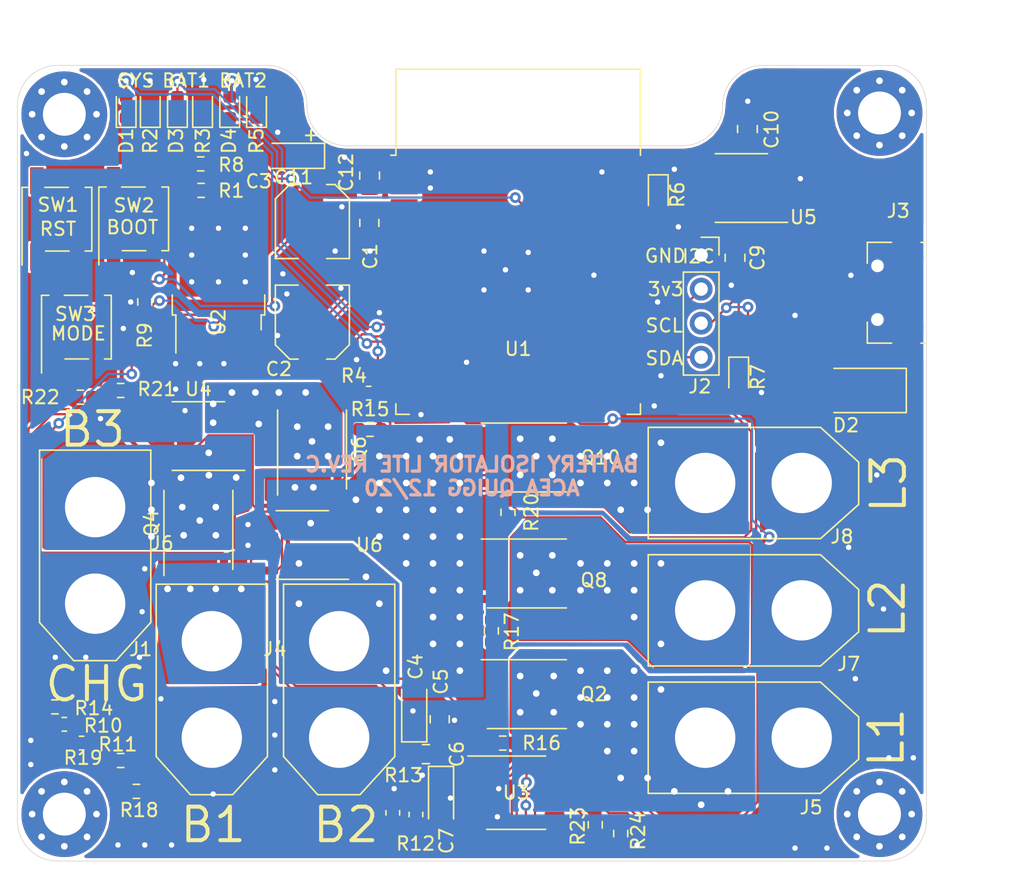
<source format=kicad_pcb>
(kicad_pcb (version 20171130) (host pcbnew "(5.1.7-0-10_14)")
  (layers (0 F.Cu signal) (31 B.Cu signal) (34 B.Paste user) (35 F.Paste user) (36 B.SilkS user hide) (37 F.SilkS user) (38 B.Mask user) (39 F.Mask user) (44 Edge.Cuts user))
  (net 0 "")
  (net 1 GND)
  (net 2 +3V3)
  (net 3 "Net-(D1-Pad1)")
  (net 4 "Net-(D3-Pad1)")
  (net 5 TXD)
  (net 6 RXD)
  (net 7 SDA)
  (net 8 SCL)
  (net 9 RST)
  (net 10 B2VM)
  (net 11 "Net-(C4-Pad1)")
  (net 12 "Net-(C9-Pad1)")
  (net 13 SYS_OK_LED)
  (net 14 5V)
  (net 15 B1_LED)
  (net 16 "Net-(D4-Pad1)")
  (net 17 B2_LED)
  (net 18 B1VM)
  (net 19 D-)
  (net 20 D+)
  (net 21 B1ON)
  (net 22 B2ON)
  (net 23 B2VD)
  (net 24 BOOT)
  (net 25 B1VD)
  (net 26 MODE)
  (net 27 B2C)
  (net 28 B2CM)
  (net 29 LOAD1)
  (net 30 B1C)
  (net 31 LOAD2)
  (net 32 LOAD3)
  (net 33 L1ON)
  (net 34 COM)
  (net 35 L2ON)
  (net 36 L3ON)
  (net 37 3v3VD)
  (net 38 B1CM)
  (net 39 B1CVD)
  (net 40 B2CVD)
  (net 41 "Net-(R4-Pad1)")
  (module Connector_AMASS:AMASS_XT60-F_1x02_P7.20mm_Vertical (layer F.Cu) (at 131.65 125.15 90)
    (fp_text reference J4 (at 6.6 -4.8 180) (layer F.SilkS))
    (fp_text value BATT2)
    (pad 2 thru_hole circle (at 7.2 0 90) (size 6 6) (drill 4.5) (layers *.Cu *.Mask) (net 10 B2VM))
    (pad 1 thru_hole roundrect (at 0 0 90) (size 6 6) (drill 4.5) (layers *.Cu *.Mask) (net 1 GND))
  )
  (module MountingHole:MountingHole_3.2mm_M3_Pad_Via (layer F.Cu) (at 111.15 130.85)
    (fp_text reference H1 hide)
    (fp_text value MountingHole_3.2mm_M3_Pad_Via)
    (pad 1 thru_hole circle (at 1.697056 -1.697056) (size 0.8 0.8) (drill 0.5) (layers *.Cu *.Mask))
    (pad 1 thru_hole circle (at 0 -2.4) (size 0.8 0.8) (drill 0.5) (layers *.Cu *.Mask))
    (pad 1 thru_hole circle (at -1.697056 -1.697056) (size 0.8 0.8) (drill 0.5) (layers *.Cu *.Mask))
    (pad 1 thru_hole circle (at -2.4 0) (size 0.8 0.8) (drill 0.5) (layers *.Cu *.Mask))
    (pad 1 thru_hole circle (at -1.697056 1.697056) (size 0.8 0.8) (drill 0.5) (layers *.Cu *.Mask))
    (pad 1 thru_hole circle (at 0 2.4) (size 0.8 0.8) (drill 0.5) (layers *.Cu *.Mask))
    (pad 1 thru_hole circle (at 1.697056 1.697056) (size 0.8 0.8) (drill 0.5) (layers *.Cu *.Mask))
    (pad 1 thru_hole circle (at 2.4 0) (size 0.8 0.8) (drill 0.5) (layers *.Cu *.Mask))
    (pad 1 thru_hole circle (at 0 0) (size 6.4 6.4) (drill 3.2) (layers *.Cu *.Mask))
  )
  (module MountingHole:MountingHole_3.2mm_M3_Pad_Via (layer F.Cu) (at 171.95 78.55)
    (fp_text reference H1 hide)
    (fp_text value MountingHole_3.2mm_M3_Pad_Via)
    (pad 1 thru_hole circle (at 1.697056 -1.697056) (size 0.8 0.8) (drill 0.5) (layers *.Cu *.Mask))
    (pad 1 thru_hole circle (at 0 -2.4) (size 0.8 0.8) (drill 0.5) (layers *.Cu *.Mask))
    (pad 1 thru_hole circle (at -1.697056 -1.697056) (size 0.8 0.8) (drill 0.5) (layers *.Cu *.Mask))
    (pad 1 thru_hole circle (at -2.4 0) (size 0.8 0.8) (drill 0.5) (layers *.Cu *.Mask))
    (pad 1 thru_hole circle (at -1.697056 1.697056) (size 0.8 0.8) (drill 0.5) (layers *.Cu *.Mask))
    (pad 1 thru_hole circle (at 0 2.4) (size 0.8 0.8) (drill 0.5) (layers *.Cu *.Mask))
    (pad 1 thru_hole circle (at 1.697056 1.697056) (size 0.8 0.8) (drill 0.5) (layers *.Cu *.Mask))
    (pad 1 thru_hole circle (at 2.4 0) (size 0.8 0.8) (drill 0.5) (layers *.Cu *.Mask))
    (pad 1 thru_hole circle (at 0 0) (size 6.4 6.4) (drill 3.2) (layers *.Cu *.Mask))
  )
  (module MountingHole:MountingHole_3.2mm_M3_Pad_Via (layer F.Cu) (at 171.95 130.85)
    (fp_text reference H1 hide)
    (fp_text value MountingHole_3.2mm_M3_Pad_Via)
    (pad 1 thru_hole circle (at 0 0) (size 6.4 6.4) (drill 3.2) (layers *.Cu *.Mask))
    (pad 1 thru_hole circle (at 2.4 0) (size 0.8 0.8) (drill 0.5) (layers *.Cu *.Mask))
    (pad 1 thru_hole circle (at 1.697056 1.697056) (size 0.8 0.8) (drill 0.5) (layers *.Cu *.Mask))
    (pad 1 thru_hole circle (at 0 2.4) (size 0.8 0.8) (drill 0.5) (layers *.Cu *.Mask))
    (pad 1 thru_hole circle (at -1.697056 1.697056) (size 0.8 0.8) (drill 0.5) (layers *.Cu *.Mask))
    (pad 1 thru_hole circle (at -2.4 0) (size 0.8 0.8) (drill 0.5) (layers *.Cu *.Mask))
    (pad 1 thru_hole circle (at -1.697056 -1.697056) (size 0.8 0.8) (drill 0.5) (layers *.Cu *.Mask))
    (pad 1 thru_hole circle (at 0 -2.4) (size 0.8 0.8) (drill 0.5) (layers *.Cu *.Mask))
    (pad 1 thru_hole circle (at 1.697056 -1.697056) (size 0.8 0.8) (drill 0.5) (layers *.Cu *.Mask))
  )
  (module MountingHole:MountingHole_3.2mm_M3_Pad_Via (layer F.Cu) (at 111.15 78.65)
    (fp_text reference H1 hide)
    (fp_text value MountingHole_3.2mm_M3_Pad_Via)
    (pad 1 thru_hole circle (at 1.697056 -1.697056) (size 0.8 0.8) (drill 0.5) (layers *.Cu *.Mask))
    (pad 1 thru_hole circle (at 0 -2.4) (size 0.8 0.8) (drill 0.5) (layers *.Cu *.Mask))
    (pad 1 thru_hole circle (at -1.697056 -1.697056) (size 0.8 0.8) (drill 0.5) (layers *.Cu *.Mask))
    (pad 1 thru_hole circle (at -2.4 0) (size 0.8 0.8) (drill 0.5) (layers *.Cu *.Mask))
    (pad 1 thru_hole circle (at -1.697056 1.697056) (size 0.8 0.8) (drill 0.5) (layers *.Cu *.Mask))
    (pad 1 thru_hole circle (at 0 2.4) (size 0.8 0.8) (drill 0.5) (layers *.Cu *.Mask))
    (pad 1 thru_hole circle (at 1.697056 1.697056) (size 0.8 0.8) (drill 0.5) (layers *.Cu *.Mask))
    (pad 1 thru_hole circle (at 2.4 0) (size 0.8 0.8) (drill 0.5) (layers *.Cu *.Mask))
    (pad 1 thru_hole circle (at 0 0) (size 6.4 6.4) (drill 3.2) (layers *.Cu *.Mask))
  )
  (module Capacitor_SMD:C_0805_2012Metric (layer F.Cu) (at 133.9 86.75 270)
    (fp_text reference C1 (at 2.5 -0.07 90) (layer F.SilkS))
    (fp_text value 100n)
    (pad 1 smd roundrect (at -0.9375 0 270) (size 0.975 1.4) (layers F.Cu F.Paste F.Mask) (net 9 RST))
    (pad 2 smd roundrect (at 0.9375 0 270) (size 0.975 1.4) (layers F.Cu F.Paste F.Mask) (net 1 GND))
  )
  (module Capacitor_SMD:C_0805_2012Metric (layer F.Cu) (at 139.15 123.775 90)
    (fp_text reference C5 (at 2.81 0.08 90) (layer F.SilkS))
    (fp_text value 100n)
    (pad 2 smd roundrect (at 0.9375 0 90) (size 0.975 1.4) (layers F.Cu F.Paste F.Mask) (net 1 GND))
    (pad 1 smd roundrect (at -0.9375 0 90) (size 0.975 1.4) (layers F.Cu F.Paste F.Mask) (net 11 "Net-(C4-Pad1)"))
  )
  (module Capacitor_SMD:C_0805_2012Metric (layer F.Cu) (at 138.125 126.375 180)
    (fp_text reference C6 (at -2.3 0 90) (layer F.SilkS))
    (fp_text value 100n)
    (pad 1 smd roundrect (at -0.9375 0 180) (size 0.975 1.4) (layers F.Cu F.Paste F.Mask) (net 2 +3V3))
    (pad 2 smd roundrect (at 0.9375 0 180) (size 0.975 1.4) (layers F.Cu F.Paste F.Mask) (net 1 GND))
  )
  (module LED_SMD:LED_0603_1608Metric (layer F.Cu) (at 115.76 78.135 90)
    (fp_text reference D1 (at -2.5 0 270) (layer F.SilkS))
    (fp_text value "MAIN LED")
    (pad 2 smd roundrect (at 0.7875 0 90) (size 0.875 0.95) (layers F.Cu F.Paste F.Mask) (net 13 SYS_OK_LED))
    (pad 1 smd roundrect (at -0.7875 0 90) (size 0.875 0.95) (layers F.Cu F.Paste F.Mask) (net 3 "Net-(D1-Pad1)"))
  )
  (module LED_SMD:LED_0603_1608Metric (layer F.Cu) (at 119.585 78.135 90)
    (fp_text reference D3 (at -2.5 -0.1 270) (layer F.SilkS))
    (fp_text value "B1 LED")
    (pad 1 smd roundrect (at -0.7875 0 90) (size 0.875 0.95) (layers F.Cu F.Paste F.Mask) (net 4 "Net-(D3-Pad1)"))
    (pad 2 smd roundrect (at 0.7875 0 90) (size 0.875 0.95) (layers F.Cu F.Paste F.Mask) (net 15 B1_LED))
  )
  (module LED_SMD:LED_0603_1608Metric (layer F.Cu) (at 117.56 78.135 90)
    (fp_text reference R2 (at -2.5 0 270) (layer F.SilkS))
    (fp_text value 2.55K)
    (pad 2 smd roundrect (at 0.7875 0 90) (size 0.875 0.95) (layers F.Cu F.Paste F.Mask) (net 1 GND))
    (pad 1 smd roundrect (at -0.7875 0 90) (size 0.875 0.95) (layers F.Cu F.Paste F.Mask) (net 3 "Net-(D1-Pad1)"))
  )
  (module LED_SMD:LED_0603_1608Metric (layer F.Cu) (at 121.46 78.135 90)
    (fp_text reference R3 (at -2.5 0.025 270) (layer F.SilkS))
    (fp_text value 2.55K)
    (pad 1 smd roundrect (at -0.7875 0 90) (size 0.875 0.95) (layers F.Cu F.Paste F.Mask) (net 4 "Net-(D3-Pad1)"))
    (pad 2 smd roundrect (at 0.7875 0 90) (size 0.875 0.95) (layers F.Cu F.Paste F.Mask) (net 1 GND))
  )
  (module Resistor_SMD:R_0603_1608Metric (layer F.Cu) (at 133.85 99.45 180)
    (fp_text reference R4 (at 1.1 1.3 180) (layer F.SilkS))
    (fp_text value 10k2)
    (pad 1 smd roundrect (at -0.7875 0 180) (size 0.875 0.95) (layers F.Cu F.Paste F.Mask) (net 41 "Net-(R4-Pad1)"))
    (pad 2 smd roundrect (at 0.7875 0 180) (size 0.875 0.95) (layers F.Cu F.Paste F.Mask) (net 1 GND))
  )
  (module Resistor_SMD:R_0603_1608Metric (layer F.Cu) (at 111.15 124.15 180)
    (fp_text reference R10 (at -2.9 -0.1 180) (layer F.SilkS))
    (fp_text value 105k)
    (pad 2 smd roundrect (at 0.7875 0 180) (size 0.875 0.95) (layers F.Cu F.Paste F.Mask) (net 25 B1VD))
    (pad 1 smd roundrect (at -0.7875 0 180) (size 0.875 0.95) (layers F.Cu F.Paste F.Mask) (net 18 B1VM))
  )
  (module Resistor_SMD:R_0603_1608Metric (layer F.Cu) (at 112.4375 125.55)
    (fp_text reference R11 (at 2.7 0.1) (layer F.SilkS))
    (fp_text value 20k)
    (pad 1 smd roundrect (at -0.7875 0) (size 0.875 0.95) (layers F.Cu F.Paste F.Mask) (net 25 B1VD))
    (pad 2 smd roundrect (at 0.7875 0) (size 0.875 0.95) (layers F.Cu F.Paste F.Mask) (net 1 GND))
  )
  (module Resistor_SMD:R_0603_1608Metric (layer F.Cu) (at 137.375 130.875 270)
    (fp_text reference R12 (at 2.175 0.025) (layer F.SilkS))
    (fp_text value 105k)
    (pad 2 smd roundrect (at 0.7875 0 270) (size 0.875 0.95) (layers F.Cu F.Paste F.Mask) (net 23 B2VD))
    (pad 1 smd roundrect (at -0.7875 0 270) (size 0.875 0.95) (layers F.Cu F.Paste F.Mask) (net 10 B2VM))
  )
  (module Resistor_SMD:R_0603_1608Metric (layer F.Cu) (at 135.65 130.75 90)
    (fp_text reference R13 (at 2.8 0.8 180) (layer F.SilkS))
    (fp_text value 20k)
    (pad 1 smd roundrect (at -0.7875 0 90) (size 0.875 0.95) (layers F.Cu F.Paste F.Mask) (net 23 B2VD))
    (pad 2 smd roundrect (at 0.7875 0 90) (size 0.875 0.95) (layers F.Cu F.Paste F.Mask) (net 1 GND))
  )
  (module Capacitor_SMD:C_Elec_5x5.4 (layer F.Cu) (at 129.65 94.15 90)
    (fp_text reference C2 (at -3.5 -2.5 180) (layer F.SilkS))
    (fp_text value "22uF 35V")
    (pad 1 smd roundrect (at -2.0625 0 90) (size 2.775 1.6) (layers F.Cu F.Paste F.Mask) (roundrect_rratio 0.15625) (net 10 B2VM))
    (pad 2 smd roundrect (at 2.0625 0 90) (size 2.775 1.6) (layers F.Cu F.Paste F.Mask) (roundrect_rratio 0.15625) (net 1 GND))
  )
  (module Capacitor_SMD:C_Elec_5x5.4 (layer F.Cu) (at 129.65 86.65 270)
    (fp_text reference C3 (at -3 4 180) (layer F.SilkS))
    (fp_text value "22uF 35V")
    (pad 2 smd roundrect (at 2.0625 0 270) (size 2.775 1.6) (layers F.Cu F.Paste F.Mask) (roundrect_rratio 0.15625) (net 1 GND))
    (pad 1 smd roundrect (at -2.0625 0 270) (size 2.775 1.6) (layers F.Cu F.Paste F.Mask) (roundrect_rratio 0.15625) (net 2 +3V3))
  )
  (module Diode_SMD:D_SMA (layer F.Cu) (at 170.55 99.25 180)
    (fp_text reference D2 (at 1.1 -2.6) (layer F.SilkS))
    (fp_text value SS14)
    (pad 1 smd rect (at -2 0 180) (size 2.5 1.8) (layers F.Cu F.Paste F.Mask) (net 10 B2VM))
    (pad 2 smd rect (at 2 0 180) (size 2.5 1.8) (layers F.Cu F.Paste F.Mask) (net 14 5V))
  )
  (module LED_SMD:LED_0603_1608Metric (layer F.Cu) (at 123.485 78.135 90)
    (fp_text reference D4 (at -2.5 -0.05 270) (layer F.SilkS))
    (fp_text value "B2 LED")
    (pad 1 smd roundrect (at -0.7875 0 90) (size 0.875 0.95) (layers F.Cu F.Paste F.Mask) (net 16 "Net-(D4-Pad1)"))
    (pad 2 smd roundrect (at 0.7875 0 90) (size 0.875 0.95) (layers F.Cu F.Paste F.Mask) (net 17 B2_LED))
  )
  (module Connector_AMASS:AMASS_XT60-F_1x02_P7.20mm_Vertical (layer F.Cu) (at 122.15 125.15 90)
    (fp_text reference J1 (at 6.6 -5.3) (layer F.SilkS))
    (fp_text value BATT1)
    (pad 2 thru_hole circle (at 7.2 0 90) (size 6 6) (drill 4.5) (layers *.Cu *.Mask) (net 18 B1VM))
    (pad 1 thru_hole roundrect (at 0 0 90) (size 6 6) (drill 4.5) (layers *.Cu *.Mask) (net 1 GND))
  )
  (module Connector_PinSocket_2.54mm:PinSocket_1x04_P2.54mm_Vertical (layer F.Cu) (at 158.65 89.15)
    (fp_text reference J2 (at -0.1 9.8) (layer F.SilkS))
    (fp_text value Conn_01x04_Female)
    (pad 1 thru_hole rect (at 0 0) (size 1.7 1.7) (drill 1) (layers *.Cu *.Mask) (net 1 GND))
    (pad 2 thru_hole oval (at 0 2.54) (size 1.7 1.7) (drill 1) (layers *.Cu *.Mask) (net 2 +3V3))
    (pad 3 thru_hole oval (at 0 5.08) (size 1.7 1.7) (drill 1) (layers *.Cu *.Mask) (net 8 SCL))
    (pad 4 thru_hole oval (at 0 7.62) (size 1.7 1.7) (drill 1) (layers *.Cu *.Mask) (net 7 SDA))
  )
  (module Acea:USB_Micro-B_XKB_4BH89_SMT (layer F.Cu) (at 171.65 91.96 90)
    (fp_text reference J3 (at 6.1 1.7 180) (layer F.SilkS))
    (fp_text value USB_B_Micro)
    (pad 2 smd rect (at -0.65 -0.35 90) (size 0.4 1.3) (layers F.Cu F.Paste F.Mask) (net 19 D-))
    (pad 1 smd rect (at -1.3 -0.35 90) (size 0.4 1.3) (layers F.Cu F.Paste F.Mask) (net 14 5V))
    (pad 3 smd rect (at 0 -0.35 90) (size 0.4 1.3) (layers F.Cu F.Paste F.Mask) (net 20 D+))
    (pad 4 smd rect (at 0.65 -0.35 90) (size 0.4 1.3) (layers F.Cu F.Paste F.Mask))
    (pad 5 smd rect (at 1.3 -0.35 90) (size 0.4 1.3) (layers F.Cu F.Paste F.Mask) (net 1 GND))
    (pad "" np_thru_hole circle (at -2 0.15 90) (size 0.55 0.55) (drill 0.55) (layers *.Cu *.Mask))
    (pad "" np_thru_hole circle (at 2 0.15 90) (size 0.55 0.55) (drill 0.55) (layers *.Cu *.Mask))
    (pad "" smd rect (at -3.95 2.3 90) (size 1.9 1.9) (layers F.Cu F.Paste F.Mask))
    (pad "" smd rect (at 3.95 2.3 90) (size 1.9 1.9) (layers F.Cu F.Paste F.Mask))
    (pad "" smd rect (at 1.2 2.3 90) (size 1.9 1.9) (layers F.Cu F.Paste F.Mask))
    (pad "" smd rect (at -1.2 2.3 90) (size 1.9 1.9) (layers F.Cu F.Paste F.Mask))
    (pad "" smd rect (at -3.15 -0.05 90) (size 1.3 1) (layers F.Cu F.Paste F.Mask))
    (pad 6 smd rect (at 3.15 -0.05 90) (size 1.3 1) (layers F.Cu F.Paste F.Mask))
  )
  (module Resistor_SMD:R_0603_1608Metric (layer F.Cu) (at 121.35 84.325 180)
    (fp_text reference R1 (at -2.25 -0.025 180) (layer F.SilkS))
    (fp_text value 10k2)
    (pad 1 smd roundrect (at -0.825 0 180) (size 0.8 0.95) (layers F.Cu F.Paste F.Mask) (net 2 +3V3))
    (pad 2 smd roundrect (at 0.825 0 180) (size 0.8 0.95) (layers F.Cu F.Paste F.Mask) (net 9 RST))
  )
  (module LED_SMD:LED_0603_1608Metric (layer F.Cu) (at 125.485 78.135 90)
    (fp_text reference R5 (at -2.5 0 270) (layer F.SilkS))
    (fp_text value 2.55K)
    (pad 2 smd roundrect (at 0.7875 0 90) (size 0.875 0.95) (layers F.Cu F.Paste F.Mask) (net 1 GND))
    (pad 1 smd roundrect (at -0.7875 0 90) (size 0.875 0.95) (layers F.Cu F.Paste F.Mask) (net 16 "Net-(D4-Pad1)"))
  )
  (module RF_Module:ESP32-WROOM-32 (layer F.Cu) (at 145 91.15)
    (fp_text reference U1 (at 0 5 180) (layer F.SilkS))
    (fp_text value ESP32-WROOM-32D)
    (pad 39 smd rect (at -1 -0.755) (size 5 5) (layers F.Cu F.Paste F.Mask) (net 1 GND))
    (pad 1 smd rect (at -8.5 -8.255) (size 2 0.9) (layers F.Cu F.Paste F.Mask) (net 1 GND))
    (pad 2 smd rect (at -8.5 -6.985) (size 2 0.9) (layers F.Cu F.Paste F.Mask) (net 2 +3V3))
    (pad 3 smd rect (at -8.5 -5.715) (size 2 0.9) (layers F.Cu F.Paste F.Mask) (net 9 RST))
    (pad 4 smd rect (at -8.5 -4.445) (size 2 0.9) (layers F.Cu F.Paste F.Mask))
    (pad 5 smd rect (at -8.5 -3.175) (size 2 0.9) (layers F.Cu F.Paste F.Mask))
    (pad 6 smd rect (at -8.5 -1.905) (size 2 0.9) (layers F.Cu F.Paste F.Mask))
    (pad 7 smd rect (at -8.5 -0.635) (size 2 0.9) (layers F.Cu F.Paste F.Mask))
    (pad 8 smd rect (at -8.5 0.635) (size 2 0.9) (layers F.Cu F.Paste F.Mask) (net 21 B1ON))
    (pad 9 smd rect (at -8.5 1.905) (size 2 0.9) (layers F.Cu F.Paste F.Mask) (net 26 MODE))
    (pad 10 smd rect (at -8.5 3.175) (size 2 0.9) (layers F.Cu F.Paste F.Mask) (net 17 B2_LED))
    (pad 11 smd rect (at -8.5 4.445) (size 2 0.9) (layers F.Cu F.Paste F.Mask) (net 22 B2ON))
    (pad 12 smd rect (at -8.5 5.715) (size 2 0.9) (layers F.Cu F.Paste F.Mask) (net 13 SYS_OK_LED))
    (pad 13 smd rect (at -8.5 6.985) (size 2 0.9) (layers F.Cu F.Paste F.Mask) (net 15 B1_LED))
    (pad 14 smd rect (at -8.5 8.255) (size 2 0.9) (layers F.Cu F.Paste F.Mask) (net 41 "Net-(R4-Pad1)"))
    (pad 15 smd rect (at -5.715 9.255 90) (size 2 0.9) (layers F.Cu F.Paste F.Mask) (net 1 GND))
    (pad 16 smd rect (at -4.445 9.255 90) (size 2 0.9) (layers F.Cu F.Paste F.Mask) (net 35 L2ON))
    (pad 17 smd rect (at -3.175 9.255 90) (size 2 0.9) (layers F.Cu F.Paste F.Mask))
    (pad 18 smd rect (at -1.905 9.255 90) (size 2 0.9) (layers F.Cu F.Paste F.Mask))
    (pad 19 smd rect (at -0.635 9.255 90) (size 2 0.9) (layers F.Cu F.Paste F.Mask))
    (pad 20 smd rect (at 0.635 9.255 90) (size 2 0.9) (layers F.Cu F.Paste F.Mask))
    (pad 21 smd rect (at 1.905 9.255 90) (size 2 0.9) (layers F.Cu F.Paste F.Mask))
    (pad 22 smd rect (at 3.175 9.255 90) (size 2 0.9) (layers F.Cu F.Paste F.Mask))
    (pad 23 smd rect (at 4.445 9.255 90) (size 2 0.9) (layers F.Cu F.Paste F.Mask) (net 33 L1ON))
    (pad 24 smd rect (at 5.715 9.255 90) (size 2 0.9) (layers F.Cu F.Paste F.Mask))
    (pad 25 smd rect (at 8.5 8.255) (size 2 0.9) (layers F.Cu F.Paste F.Mask) (net 24 BOOT))
    (pad 26 smd rect (at 8.5 6.985) (size 2 0.9) (layers F.Cu F.Paste F.Mask) (net 36 L3ON))
    (pad 27 smd rect (at 8.5 5.715) (size 2 0.9) (layers F.Cu F.Paste F.Mask))
    (pad 28 smd rect (at 8.5 4.445) (size 2 0.9) (layers F.Cu F.Paste F.Mask))
    (pad 29 smd rect (at 8.5 3.175) (size 2 0.9) (layers F.Cu F.Paste F.Mask))
    (pad 30 smd rect (at 8.5 1.905) (size 2 0.9) (layers F.Cu F.Paste F.Mask))
    (pad 31 smd rect (at 8.5 0.635) (size 2 0.9) (layers F.Cu F.Paste F.Mask))
    (pad 32 smd rect (at 8.5 -0.635) (size 2 0.9) (layers F.Cu F.Paste F.Mask))
    (pad 33 smd rect (at 8.5 -1.905) (size 2 0.9) (layers F.Cu F.Paste F.Mask) (net 7 SDA))
    (pad 34 smd rect (at 8.5 -3.175) (size 2 0.9) (layers F.Cu F.Paste F.Mask) (net 6 RXD))
    (pad 35 smd rect (at 8.5 -4.445) (size 2 0.9) (layers F.Cu F.Paste F.Mask) (net 5 TXD))
    (pad 36 smd rect (at 8.5 -5.715) (size 2 0.9) (layers F.Cu F.Paste F.Mask) (net 8 SCL))
    (pad 37 smd rect (at 8.5 -6.985) (size 2 0.9) (layers F.Cu F.Paste F.Mask))
    (pad 38 smd rect (at 8.5 -8.255) (size 2 0.9) (layers F.Cu F.Paste F.Mask) (net 1 GND))
  )
  (module Package_SO:TSSOP-16_4.4x5mm_P0.65mm (layer F.Cu) (at 144.85 129.25)
    (fp_text reference U3 (at 0 0) (layer F.SilkS))
    (fp_text value ADC128D818)
    (pad 1 smd roundrect (at -2.8625 -2.275) (size 1.475 0.4) (layers F.Cu F.Paste F.Mask) (net 11 "Net-(C4-Pad1)"))
    (pad 2 smd roundrect (at -2.8625 -1.625) (size 1.475 0.4) (layers F.Cu F.Paste F.Mask) (net 7 SDA))
    (pad 3 smd roundrect (at -2.8625 -0.975) (size 1.475 0.4) (layers F.Cu F.Paste F.Mask) (net 8 SCL))
    (pad 4 smd roundrect (at -2.8625 -0.325) (size 1.475 0.4) (layers F.Cu F.Paste F.Mask) (net 1 GND))
    (pad 5 smd roundrect (at -2.8625 0.325) (size 1.475 0.4) (layers F.Cu F.Paste F.Mask) (net 2 +3V3))
    (pad 6 smd roundrect (at -2.8625 0.975) (size 1.475 0.4) (layers F.Cu F.Paste F.Mask))
    (pad 7 smd roundrect (at -2.8625 1.625) (size 1.475 0.4) (layers F.Cu F.Paste F.Mask) (net 1 GND))
    (pad 8 smd roundrect (at -2.8625 2.275) (size 1.475 0.4) (layers F.Cu F.Paste F.Mask) (net 1 GND))
    (pad 9 smd roundrect (at 2.8625 2.275) (size 1.475 0.4) (layers F.Cu F.Paste F.Mask))
    (pad 10 smd roundrect (at 2.8625 1.625) (size 1.475 0.4) (layers F.Cu F.Paste F.Mask))
    (pad 11 smd roundrect (at 2.8625 0.975) (size 1.475 0.4) (layers F.Cu F.Paste F.Mask))
    (pad 12 smd roundrect (at 2.8625 0.325) (size 1.475 0.4) (layers F.Cu F.Paste F.Mask) (net 37 3v3VD))
    (pad 13 smd roundrect (at 2.8625 -0.325) (size 1.475 0.4) (layers F.Cu F.Paste F.Mask) (net 40 B2CVD))
    (pad 14 smd roundrect (at 2.8625 -0.975) (size 1.475 0.4) (layers F.Cu F.Paste F.Mask) (net 39 B1CVD))
    (pad 15 smd roundrect (at 2.8625 -1.625) (size 1.475 0.4) (layers F.Cu F.Paste F.Mask) (net 23 B2VD))
    (pad 16 smd roundrect (at 2.8625 -2.275) (size 1.475 0.4) (layers F.Cu F.Paste F.Mask) (net 25 B1VD))
  )
  (module Package_SO:SOIC-8_3.9x4.9mm_P1.27mm (layer F.Cu) (at 161.65 84.15 180)
    (fp_text reference U5 (at -4.625 -2.175) (layer F.SilkS))
    (fp_text value CH330N)
    (pad 1 smd roundrect (at -2.475 -1.905 180) (size 1.95 0.6) (layers F.Cu F.Paste F.Mask) (net 20 D+))
    (pad 2 smd roundrect (at -2.475 -0.635 180) (size 1.95 0.6) (layers F.Cu F.Paste F.Mask) (net 19 D-))
    (pad 3 smd roundrect (at -2.475 0.635 180) (size 1.95 0.6) (layers F.Cu F.Paste F.Mask) (net 1 GND))
    (pad 4 smd roundrect (at -2.475 1.905 180) (size 1.95 0.6) (layers F.Cu F.Paste F.Mask))
    (pad 5 smd roundrect (at 2.475 1.905 180) (size 1.95 0.6) (layers F.Cu F.Paste F.Mask) (net 2 +3V3))
    (pad 6 smd roundrect (at 2.475 0.635 180) (size 1.95 0.6) (layers F.Cu F.Paste F.Mask) (net 6 RXD))
    (pad 7 smd roundrect (at 2.475 -0.635 180) (size 1.95 0.6) (layers F.Cu F.Paste F.Mask) (net 5 TXD))
    (pad 8 smd roundrect (at 2.475 -1.905 180) (size 1.95 0.6) (layers F.Cu F.Paste F.Mask) (net 12 "Net-(C9-Pad1)"))
  )
  (module Capacitor_SMD:C_0805_2012Metric (layer F.Cu) (at 133.92 83.22 90)
    (fp_text reference C12 (at 0.25 -1.75 270) (layer F.SilkS))
    (fp_text value 100n)
    (pad 1 smd roundrect (at -0.95 0 90) (size 1 1.45) (layers F.Cu F.Paste F.Mask) (net 2 +3V3))
    (pad 2 smd roundrect (at 0.95 0 90) (size 1 1.45) (layers F.Cu F.Paste F.Mask) (net 1 GND))
  )
  (module Resistor_SMD:R_0603_1608Metric (layer F.Cu) (at 121.325 82.35 180)
    (fp_text reference R8 (at -2.275 -0.075 180) (layer F.SilkS))
    (fp_text value 10k2)
    (pad 1 smd roundrect (at -0.825 0 180) (size 0.8 0.95) (layers F.Cu F.Paste F.Mask) (net 2 +3V3))
    (pad 2 smd roundrect (at 0.825 0 180) (size 0.8 0.95) (layers F.Cu F.Paste F.Mask) (net 24 BOOT))
  )
  (module Resistor_SMD:R_0603_1608Metric (layer F.Cu) (at 117.15 92.65 270)
    (fp_text reference R9 (at 2.5 0 90) (layer F.SilkS))
    (fp_text value 10k2)
    (pad 2 smd roundrect (at 0.825 0 270) (size 0.8 0.95) (layers F.Cu F.Paste F.Mask) (net 26 MODE))
    (pad 1 smd roundrect (at -0.825 0 270) (size 0.8 0.95) (layers F.Cu F.Paste F.Mask) (net 2 +3V3))
  )
  (module Package_TO_SOT_SMD:TO-252-2 (layer F.Cu) (at 122.65 91.15 90)
    (fp_text reference U2 (at -3 0 90) (layer F.SilkS))
    (fp_text value LD1086D2T33TR)
    (pad 1 smd rect (at -4.2 -2.28 90) (size 2.2 1.2) (layers F.Cu F.Paste F.Mask) (net 1 GND))
    (pad 3 smd rect (at -4.2 2.28 90) (size 2.2 1.2) (layers F.Cu F.Paste F.Mask) (net 10 B2VM))
    (pad 2 smd rect (at 2.1 0 90) (size 6.4 5.8) (layers F.Cu F.Mask) (net 2 +3V3))
  )
  (module Package_SO:PowerPAK_SO-8_Single (layer F.Cu) (at 121.15 109.65 90)
    (fp_text reference Q4 (at 0.5 -3.5 270) (layer F.SilkS))
    (fp_text value WSD20L120DN)
    (pad 1 smd rect (at -2.67 -1.905 90) (size 1.27 0.61) (layers F.Cu F.Paste F.Mask) (net 18 B1VM))
    (pad 2 smd rect (at -2.67 -0.635 90) (size 1.27 0.61) (layers F.Cu F.Paste F.Mask) (net 18 B1VM))
    (pad 3 smd rect (at -2.67 0.635 90) (size 1.27 0.61) (layers F.Cu F.Paste F.Mask) (net 18 B1VM))
    (pad 4 smd rect (at -2.67 1.905 90) (size 1.27 0.61) (layers F.Cu F.Paste F.Mask) (net 21 B1ON))
    (pad 5 smd rect (at 2.795 1.905 90) (size 1.02 0.61) (layers F.Cu F.Paste F.Mask) (net 30 B1C))
    (pad 5 smd rect (at 2.795 0.635 90) (size 1.02 0.61) (layers F.Cu F.Paste F.Mask) (net 30 B1C))
    (pad 5 smd rect (at 2.795 -0.635 90) (size 1.02 0.61) (layers F.Cu F.Paste F.Mask) (net 30 B1C))
    (pad 5 smd rect (at 2.795 -1.905 90) (size 1.02 0.61) (layers F.Cu F.Paste F.Mask) (net 30 B1C))
    (pad 5 smd rect (at 0.69 0 90) (size 3.81 3.91) (layers F.Cu F.Paste F.Mask) (net 30 B1C))
  )
  (module Package_SO:PowerPAK_SO-8_Single (layer F.Cu) (at 129.625 103.65 90)
    (fp_text reference Q6 (at 0 3.5 270) (layer F.SilkS))
    (fp_text value WSD20L120DN)
    (pad 5 smd rect (at 0.69 0 90) (size 3.81 3.91) (layers F.Cu F.Paste F.Mask) (net 34 COM))
    (pad 5 smd rect (at 2.795 -1.905 90) (size 1.02 0.61) (layers F.Cu F.Paste F.Mask) (net 34 COM))
    (pad 5 smd rect (at 2.795 -0.635 90) (size 1.02 0.61) (layers F.Cu F.Paste F.Mask) (net 34 COM))
    (pad 5 smd rect (at 2.795 0.635 90) (size 1.02 0.61) (layers F.Cu F.Paste F.Mask) (net 34 COM))
    (pad 5 smd rect (at 2.795 1.905 90) (size 1.02 0.61) (layers F.Cu F.Paste F.Mask) (net 34 COM))
    (pad 4 smd rect (at -2.67 1.905 90) (size 1.27 0.61) (layers F.Cu F.Paste F.Mask) (net 22 B2ON))
    (pad 3 smd rect (at -2.67 0.635 90) (size 1.27 0.61) (layers F.Cu F.Paste F.Mask) (net 27 B2C))
    (pad 2 smd rect (at -2.67 -0.635 90) (size 1.27 0.61) (layers F.Cu F.Paste F.Mask) (net 27 B2C))
    (pad 1 smd rect (at -2.67 -1.905 90) (size 1.27 0.61) (layers F.Cu F.Paste F.Mask) (net 27 B2C))
  )
  (module Resistor_SMD:R_0603_1608Metric (layer F.Cu) (at 110.45 122.85 180)
    (fp_text reference R14 (at -2.9 -0.1) (layer F.SilkS))
    (fp_text value 105k)
    (pad 1 smd roundrect (at -0.825 0 180) (size 0.8 0.95) (layers F.Cu F.Paste F.Mask) (net 18 B1VM))
    (pad 2 smd roundrect (at 0.825 0 180) (size 0.8 0.95) (layers F.Cu F.Paste F.Mask) (net 21 B1ON))
  )
  (module Resistor_SMD:R_0603_1608Metric (layer F.Cu) (at 133.95 102.15 180)
    (fp_text reference R15 (at 0 1.5) (layer F.SilkS))
    (fp_text value 105k)
    (pad 2 smd roundrect (at 0.825 0 180) (size 0.8 0.95) (layers F.Cu F.Paste F.Mask) (net 22 B2ON))
    (pad 1 smd roundrect (at -0.825 0 180) (size 0.8 0.95) (layers F.Cu F.Paste F.Mask) (net 10 B2VM))
  )
  (module Package_SO:SOP-8_3.9x4.9mm_P1.27mm (layer F.Cu) (at 128.9 110.775 180)
    (fp_text reference U6 (at -5 0) (layer F.SilkS))
    (fp_text value CC6903SO-30A)
    (pad 1 smd roundrect (at -2.625 -1.905 180) (size 1.65 0.6) (layers F.Cu F.Paste F.Mask) (net 10 B2VM))
    (pad 2 smd roundrect (at -2.625 -0.635 180) (size 1.65 0.6) (layers F.Cu F.Paste F.Mask) (net 10 B2VM))
    (pad 3 smd roundrect (at -2.625 0.635 180) (size 1.65 0.6) (layers F.Cu F.Paste F.Mask) (net 27 B2C))
    (pad 4 smd roundrect (at -2.625 1.905 180) (size 1.65 0.6) (layers F.Cu F.Paste F.Mask) (net 27 B2C))
    (pad 5 smd roundrect (at 2.625 1.905 180) (size 1.65 0.6) (layers F.Cu F.Paste F.Mask) (net 1 GND))
    (pad 6 smd roundrect (at 2.625 0.635 180) (size 1.65 0.6) (layers F.Cu F.Paste F.Mask))
    (pad 7 smd roundrect (at 2.625 -0.635 180) (size 1.65 0.6) (layers F.Cu F.Paste F.Mask) (net 28 B2CM))
    (pad 8 smd roundrect (at 2.625 -1.905 180) (size 1.65 0.6) (layers F.Cu F.Paste F.Mask) (net 2 +3V3))
  )
  (module Connector_AMASS:AMASS_XT60-F_1x02_P7.20mm_Vertical (layer F.Cu) (at 113.45 115.15 90)
    (fp_text reference J6 (at 4.5 5) (layer F.SilkS))
    (fp_text value CHGR)
    (pad 2 thru_hole circle (at 7.2 0 90) (size 6 6) (drill 4.5) (layers *.Cu *.Mask) (net 30 B1C))
    (pad 1 thru_hole roundrect (at 0 0 90) (size 6 6) (drill 4.5) (layers *.Cu *.Mask) (net 1 GND))
  )
  (module Connector_AMASS:AMASS_XT60-F_1x02_P7.20mm_Vertical (layer F.Cu) (at 166.15 115.65 180)
    (fp_text reference J7 (at -3.5 -4 180) (layer F.SilkS))
    (fp_text value LOAD2)
    (pad 2 thru_hole circle (at 7.2 0 180) (size 6 6) (drill 4.5) (layers *.Cu *.Mask) (net 31 LOAD2))
    (pad 1 thru_hole roundrect (at 0 0 180) (size 6 6) (drill 4.5) (layers *.Cu *.Mask) (net 1 GND))
  )
  (module Connector_AMASS:AMASS_XT60-F_1x02_P7.20mm_Vertical (layer F.Cu) (at 166.15 106.15 180)
    (fp_text reference J8 (at -3 -4) (layer F.SilkS))
    (fp_text value LOAD3)
    (pad 1 thru_hole roundrect (at 0 0 180) (size 6 6) (drill 4.5) (layers *.Cu *.Mask) (net 1 GND))
    (pad 2 thru_hole circle (at 7.2 0 180) (size 6 6) (drill 4.5) (layers *.Cu *.Mask) (net 32 LOAD3))
  )
  (module Package_SO:PowerPAK_SO-8_Single (layer F.Cu) (at 145.65 121.9)
    (fp_text reference Q2 (at 5 0) (layer F.SilkS))
    (fp_text value WSD20L120DN)
    (pad 1 smd rect (at -2.67 -1.905) (size 1.27 0.61) (layers F.Cu F.Paste F.Mask) (net 27 B2C))
    (pad 2 smd rect (at -2.67 -0.635) (size 1.27 0.61) (layers F.Cu F.Paste F.Mask) (net 27 B2C))
    (pad 3 smd rect (at -2.67 0.635) (size 1.27 0.61) (layers F.Cu F.Paste F.Mask) (net 27 B2C))
    (pad 4 smd rect (at -2.67 1.905) (size 1.27 0.61) (layers F.Cu F.Paste F.Mask) (net 33 L1ON))
    (pad 5 smd rect (at 2.795 1.905) (size 1.02 0.61) (layers F.Cu F.Paste F.Mask) (net 29 LOAD1))
    (pad 5 smd rect (at 2.795 0.635) (size 1.02 0.61) (layers F.Cu F.Paste F.Mask) (net 29 LOAD1))
    (pad 5 smd rect (at 2.795 -0.635) (size 1.02 0.61) (layers F.Cu F.Paste F.Mask) (net 29 LOAD1))
    (pad 5 smd rect (at 2.795 -1.905) (size 1.02 0.61) (layers F.Cu F.Paste F.Mask) (net 29 LOAD1))
    (pad 5 smd rect (at 0.69 0) (size 3.81 3.91) (layers F.Cu F.Paste F.Mask) (net 29 LOAD1))
  )
  (module Package_SO:PowerPAK_SO-8_Single (layer F.Cu) (at 145.65 112.9)
    (fp_text reference Q8 (at 5 0.5) (layer F.SilkS))
    (fp_text value WSD20L120DN)
    (pad 5 smd rect (at 0.69 0) (size 3.81 3.91) (layers F.Cu F.Paste F.Mask) (net 31 LOAD2))
    (pad 5 smd rect (at 2.795 -1.905) (size 1.02 0.61) (layers F.Cu F.Paste F.Mask) (net 31 LOAD2))
    (pad 5 smd rect (at 2.795 -0.635) (size 1.02 0.61) (layers F.Cu F.Paste F.Mask) (net 31 LOAD2))
    (pad 5 smd rect (at 2.795 0.635) (size 1.02 0.61) (layers F.Cu F.Paste F.Mask) (net 31 LOAD2))
    (pad 5 smd rect (at 2.795 1.905) (size 1.02 0.61) (layers F.Cu F.Paste F.Mask) (net 31 LOAD2))
    (pad 4 smd rect (at -2.67 1.905) (size 1.27 0.61) (layers F.Cu F.Paste F.Mask) (net 35 L2ON))
    (pad 3 smd rect (at -2.67 0.635) (size 1.27 0.61) (layers F.Cu F.Paste F.Mask) (net 27 B2C))
    (pad 2 smd rect (at -2.67 -0.635) (size 1.27 0.61) (layers F.Cu F.Paste F.Mask) (net 27 B2C))
    (pad 1 smd rect (at -2.67 -1.905) (size 1.27 0.61) (layers F.Cu F.Paste F.Mask) (net 27 B2C))
  )
  (module Package_SO:PowerPAK_SO-8_Single (layer F.Cu) (at 145.65 104.25)
    (fp_text reference Q10 (at 5.5 0) (layer F.SilkS))
    (fp_text value WSD20L120DN)
    (pad 1 smd rect (at -2.67 -1.905) (size 1.27 0.61) (layers F.Cu F.Paste F.Mask) (net 27 B2C))
    (pad 2 smd rect (at -2.67 -0.635) (size 1.27 0.61) (layers F.Cu F.Paste F.Mask) (net 27 B2C))
    (pad 3 smd rect (at -2.67 0.635) (size 1.27 0.61) (layers F.Cu F.Paste F.Mask) (net 27 B2C))
    (pad 4 smd rect (at -2.67 1.905) (size 1.27 0.61) (layers F.Cu F.Paste F.Mask) (net 36 L3ON))
    (pad 5 smd rect (at 2.795 1.905) (size 1.02 0.61) (layers F.Cu F.Paste F.Mask) (net 32 LOAD3))
    (pad 5 smd rect (at 2.795 0.635) (size 1.02 0.61) (layers F.Cu F.Paste F.Mask) (net 32 LOAD3))
    (pad 5 smd rect (at 2.795 -0.635) (size 1.02 0.61) (layers F.Cu F.Paste F.Mask) (net 32 LOAD3))
    (pad 5 smd rect (at 2.795 -1.905) (size 1.02 0.61) (layers F.Cu F.Paste F.Mask) (net 32 LOAD3))
    (pad 5 smd rect (at 0.69 0) (size 3.81 3.91) (layers F.Cu F.Paste F.Mask) (net 32 LOAD3))
  )
  (module Resistor_SMD:R_0603_1608Metric (layer F.Cu) (at 143.85 125.55)
    (fp_text reference R16 (at 2.9 0) (layer F.SilkS))
    (fp_text value 105k)
    (pad 2 smd roundrect (at 0.825 0) (size 0.8 0.95) (layers F.Cu F.Paste F.Mask) (net 33 L1ON))
    (pad 1 smd roundrect (at -0.825 0) (size 0.8 0.95) (layers F.Cu F.Paste F.Mask) (net 10 B2VM))
  )
  (module Resistor_SMD:R_0603_1608Metric (layer F.Cu) (at 143 117.18 90)
    (fp_text reference R17 (at -0.07 1.53 270) (layer F.SilkS))
    (fp_text value 105k)
    (pad 1 smd roundrect (at -0.825 0 90) (size 0.8 0.95) (layers F.Cu F.Paste F.Mask) (net 10 B2VM))
    (pad 2 smd roundrect (at 0.825 0 90) (size 0.8 0.95) (layers F.Cu F.Paste F.Mask) (net 35 L2ON))
  )
  (module Resistor_SMD:R_0603_1608Metric (layer F.Cu) (at 116.525 129.15)
    (fp_text reference R18 (at 0.2 1.4 180) (layer F.SilkS))
    (fp_text value 30k9)
    (pad 1 smd roundrect (at -0.825 0) (size 0.8 0.95) (layers F.Cu F.Paste F.Mask) (net 2 +3V3))
    (pad 2 smd roundrect (at 0.825 0) (size 0.8 0.95) (layers F.Cu F.Paste F.Mask) (net 37 3v3VD))
  )
  (module Resistor_SMD:R_0603_1608Metric (layer F.Cu) (at 115.35 126.85)
    (fp_text reference R19 (at -2.8 -0.2) (layer F.SilkS))
    (fp_text value 10k2)
    (pad 1 smd roundrect (at -0.825 0) (size 0.8 0.95) (layers F.Cu F.Paste F.Mask) (net 37 3v3VD))
    (pad 2 smd roundrect (at 0.825 0) (size 0.8 0.95) (layers F.Cu F.Paste F.Mask) (net 1 GND))
  )
  (module Resistor_SMD:R_0603_1608Metric (layer F.Cu) (at 144.24 108.34 90)
    (fp_text reference R20 (at 0 1.75 90) (layer F.SilkS))
    (fp_text value 105k)
    (pad 2 smd roundrect (at 0.825 0 90) (size 0.8 0.95) (layers F.Cu F.Paste F.Mask) (net 36 L3ON))
    (pad 1 smd roundrect (at -0.825 0 90) (size 0.8 0.95) (layers F.Cu F.Paste F.Mask) (net 10 B2VM))
  )
  (module Package_SO:SOP-8_3.9x4.9mm_P1.27mm (layer F.Cu) (at 121.15 102.65 180)
    (fp_text reference U4 (at 0 3.5) (layer F.SilkS))
    (fp_text value CC6903SO-30A)
    (pad 1 smd roundrect (at -2.625 -1.905 180) (size 1.65 0.6) (layers F.Cu F.Paste F.Mask) (net 30 B1C))
    (pad 2 smd roundrect (at -2.625 -0.635 180) (size 1.65 0.6) (layers F.Cu F.Paste F.Mask) (net 30 B1C))
    (pad 3 smd roundrect (at -2.625 0.635 180) (size 1.65 0.6) (layers F.Cu F.Paste F.Mask) (net 34 COM))
    (pad 4 smd roundrect (at -2.625 1.905 180) (size 1.65 0.6) (layers F.Cu F.Paste F.Mask) (net 34 COM))
    (pad 5 smd roundrect (at 2.625 1.905 180) (size 1.65 0.6) (layers F.Cu F.Paste F.Mask) (net 1 GND))
    (pad 6 smd roundrect (at 2.625 0.635 180) (size 1.65 0.6) (layers F.Cu F.Paste F.Mask))
    (pad 7 smd roundrect (at 2.625 -0.635 180) (size 1.65 0.6) (layers F.Cu F.Paste F.Mask) (net 38 B1CM))
    (pad 8 smd roundrect (at 2.625 -1.905 180) (size 1.65 0.6) (layers F.Cu F.Paste F.Mask) (net 2 +3V3))
  )
  (module Connector_AMASS:AMASS_XT60-F_1x02_P7.20mm_Vertical (layer F.Cu) (at 166.15 125.15 180)
    (fp_text reference J5 (at -0.7 -5.2 180) (layer F.SilkS))
    (fp_text value LOAD1)
    (pad 2 thru_hole circle (at 7.2 0 180) (size 6 6) (drill 4.5) (layers *.Cu *.Mask) (net 29 LOAD1))
    (pad 1 thru_hole roundrect (at 0 0 180) (size 6 6) (drill 4.5) (layers *.Cu *.Mask) (net 1 GND))
  )
  (module Resistor_SMD:R_0603_1608Metric (layer F.Cu) (at 115.35 99.25 180)
    (fp_text reference R21 (at -2.7 0.1) (layer F.SilkS))
    (fp_text value 30k9)
    (pad 1 smd roundrect (at -0.825 0 180) (size 0.8 0.95) (layers F.Cu F.Paste F.Mask) (net 38 B1CM))
    (pad 2 smd roundrect (at 0.825 0 180) (size 0.8 0.95) (layers F.Cu F.Paste F.Mask) (net 39 B1CVD))
  )
  (module Resistor_SMD:R_0603_1608Metric (layer F.Cu) (at 112.35 99.75 180)
    (fp_text reference R22 (at 3 0) (layer F.SilkS))
    (fp_text value 10k2)
    (pad 2 smd roundrect (at 0.825 0 180) (size 0.8 0.95) (layers F.Cu F.Paste F.Mask) (net 1 GND))
    (pad 1 smd roundrect (at -0.825 0 180) (size 0.8 0.95) (layers F.Cu F.Paste F.Mask) (net 39 B1CVD))
  )
  (module Resistor_SMD:R_0603_1608Metric (layer F.Cu) (at 150.75 131.65 90)
    (fp_text reference R23 (at -0.1 -1.3 270) (layer F.SilkS))
    (fp_text value 30k9)
    (pad 1 smd roundrect (at -0.825 0 90) (size 0.8 0.95) (layers F.Cu F.Paste F.Mask) (net 28 B2CM))
    (pad 2 smd roundrect (at 0.825 0 90) (size 0.8 0.95) (layers F.Cu F.Paste F.Mask) (net 40 B2CVD))
  )
  (module Resistor_SMD:R_0603_1608Metric (layer F.Cu) (at 152.65 132.3 270)
    (fp_text reference R24 (at -0.2 -1.3 90) (layer F.SilkS))
    (fp_text value 10k2)
    (pad 2 smd roundrect (at 0.825 0 270) (size 0.8 0.95) (layers F.Cu F.Paste F.Mask) (net 1 GND))
    (pad 1 smd roundrect (at -0.825 0 270) (size 0.8 0.95) (layers F.Cu F.Paste F.Mask) (net 40 B2CVD))
  )
  (module Capacitor_Tantalum_SMD:CP_EIA-3216-18_Kemet-A (layer F.Cu) (at 137.25 123.15 90)
    (fp_text reference C4 (at 3.3 0.1 270) (layer F.SilkS))
    (fp_text value 1uF)
    (pad 1 smd roundrect (at -1.35 0 90) (size 1.4 1.35) (layers F.Cu F.Paste F.Mask) (roundrect_rratio 0.1851844444444445) (net 11 "Net-(C4-Pad1)"))
    (pad 2 smd roundrect (at 1.35 0 90) (size 1.4 1.35) (layers F.Cu F.Paste F.Mask) (roundrect_rratio 0.1851844444444445) (net 1 GND))
  )
  (module Capacitor_Tantalum_SMD:CP_EIA-3216-18_Kemet-A (layer F.Cu) (at 139.25 129.6 270)
    (fp_text reference C7 (at 3.25 -0.4 90) (layer F.SilkS))
    (fp_text value 1uF)
    (pad 2 smd roundrect (at 1.35 0 270) (size 1.4 1.35) (layers F.Cu F.Paste F.Mask) (roundrect_rratio 0.1851844444444445) (net 1 GND))
    (pad 1 smd roundrect (at -1.35 0 270) (size 1.4 1.35) (layers F.Cu F.Paste F.Mask) (roundrect_rratio 0.1851844444444445) (net 2 +3V3))
  )
  (module Capacitor_Tantalum_SMD:CP_EIA-3216-18_Kemet-A (layer F.Cu) (at 128.25 81.75 180)
    (fp_text reference C11 (at 0 -1.6) (layer F.SilkS))
    (fp_text value 1uF)
    (pad 1 smd roundrect (at -1.35 0 180) (size 1.4 1.35) (layers F.Cu F.Paste F.Mask) (roundrect_rratio 0.1851844444444445) (net 2 +3V3))
    (pad 2 smd roundrect (at 1.35 0 180) (size 1.4 1.35) (layers F.Cu F.Paste F.Mask) (roundrect_rratio 0.1851844444444445) (net 1 GND))
  )
  (module Capacitor_SMD:C_0805_2012Metric (layer F.Cu) (at 161.175 89.35 270)
    (fp_text reference C9 (at 0 -1.68 90) (layer F.SilkS))
    (fp_text value 100n)
    (pad 2 smd roundrect (at 0.95 0 270) (size 1 1.45) (layers F.Cu F.Paste F.Mask) (net 1 GND))
    (pad 1 smd roundrect (at -0.95 0 270) (size 1 1.45) (layers F.Cu F.Paste F.Mask) (net 12 "Net-(C9-Pad1)"))
  )
  (module Capacitor_SMD:C_0805_2012Metric (layer F.Cu) (at 162.1 79.75 90)
    (fp_text reference C10 (at -0.025 1.8 90) (layer F.SilkS))
    (fp_text value 100n)
    (pad 1 smd roundrect (at -0.95 0 90) (size 1 1.45) (layers F.Cu F.Paste F.Mask) (net 2 +3V3))
    (pad 2 smd roundrect (at 0.95 0 90) (size 1 1.45) (layers F.Cu F.Paste F.Mask) (net 1 GND))
  )
  (module LED_SMD:LED_0603_1608Metric (layer F.Cu) (at 155.45 84.65 270)
    (fp_text reference R6 (at 0 -1.43 90) (layer F.SilkS))
    (fp_text value 2.55K)
    (pad 1 smd roundrect (at -0.7875 0 270) (size 0.875 0.95) (layers F.Cu F.Paste F.Mask) (net 2 +3V3))
    (pad 2 smd roundrect (at 0.7875 0 270) (size 0.875 0.95) (layers F.Cu F.Paste F.Mask) (net 8 SCL))
  )
  (module LED_SMD:LED_0603_1608Metric (layer F.Cu) (at 161.45 98.25 270)
    (fp_text reference R7 (at 0 -1.43 90) (layer F.SilkS))
    (fp_text value 2.55K)
    (pad 2 smd roundrect (at 0.7875 0 270) (size 0.875 0.95) (layers F.Cu F.Paste F.Mask) (net 7 SDA))
    (pad 1 smd roundrect (at -0.7875 0 270) (size 0.875 0.95) (layers F.Cu F.Paste F.Mask) (net 2 +3V3))
  )
  (module Acea:TS4550TP (layer F.Cu) (at 111.1 85.7 90)
    (fp_text reference SW1 (at 0.3 -0.425 180) (layer F.SilkS))
    (fp_text value TS4450P)
    (pad 1 smd rect (at 2.1 -2 90) (size 2 1) (layers F.Cu F.Paste F.Mask) (net 9 RST))
    (pad 1 smd rect (at -3.6 -2 90) (size 2 1) (layers F.Cu F.Paste F.Mask) (net 9 RST))
    (pad 2 smd rect (at -3.6 1 90) (size 2 1) (layers F.Cu F.Paste F.Mask) (net 1 GND))
    (pad 2 smd rect (at 2.1 1 90) (size 2 1) (layers F.Cu F.Paste F.Mask) (net 1 GND))
  )
  (module Acea:TS4550TP (layer F.Cu) (at 116.825 85.675 90)
    (fp_text reference SW2 (at 0.225 -0.475 180) (layer F.SilkS))
    (fp_text value TS4450P)
    (pad 2 smd rect (at 2.1 1 90) (size 2 1) (layers F.Cu F.Paste F.Mask) (net 1 GND))
    (pad 2 smd rect (at -3.6 1 90) (size 2 1) (layers F.Cu F.Paste F.Mask) (net 1 GND))
    (pad 1 smd rect (at -3.6 -2 90) (size 2 1) (layers F.Cu F.Paste F.Mask) (net 24 BOOT))
    (pad 1 smd rect (at 2.1 -2 90) (size 2 1) (layers F.Cu F.Paste F.Mask) (net 24 BOOT))
  )
  (module Acea:TS4550TP (layer F.Cu) (at 112.55 93.75 90)
    (fp_text reference SW3 (at 0.2 -0.575 180) (layer F.SilkS))
    (fp_text value TS4450P)
    (pad 1 smd rect (at 2.1 -2 90) (size 2 1) (layers F.Cu F.Paste F.Mask) (net 26 MODE))
    (pad 1 smd rect (at -3.6 -2 90) (size 2 1) (layers F.Cu F.Paste F.Mask) (net 26 MODE))
    (pad 2 smd rect (at -3.6 1 90) (size 2 1) (layers F.Cu F.Paste F.Mask) (net 1 GND))
    (pad 2 smd rect (at 2.1 1 90) (size 2 1) (layers F.Cu F.Paste F.Mask) (net 1 GND))
  )
  (gr_text + (at 129.55 80.15) (layer F.SilkS) (effects (font (size 1 1))))
  (gr_text B3 (at 113.25 102.15) (layer F.SilkS) (effects (font (size 2.5 2.5) (thickness 0.3))))
  (gr_text L3 (at 172.63 106.18 90) (layer F.SilkS) (effects (font (size 2.5 2.5) (thickness 0.3))))
  (gr_text L2 (at 172.55 115.53 90) (layer F.SilkS) (effects (font (size 2.5 2.5) (thickness 0.3))))
  (gr_text CHG (at 113.55 121.15) (layer F.SilkS) (effects (font (size 2.5 2.5) (thickness 0.3))))
  (gr_text MODE (at 112.2 95) (layer F.SilkS) (effects (font (size 1 1))))
  (gr_line (start 132.25 81) (end 157.25 81) (layer Edge.Cuts) (width 0.05))
  (gr_arc (start 132.25 78) (end 129.25 78) (angle -90) (layer Edge.Cuts) (width 0.05))
  (gr_arc (start 157.25 78) (end 157.25 81) (angle -90) (layer Edge.Cuts) (width 0.05))
  (gr_arc (start 163.25 78) (end 163.25 75) (angle -90) (layer Edge.Cuts) (width 0.05))
  (gr_arc (start 126.25 78) (end 129.25 78) (angle -90) (layer Edge.Cuts) (width 0.05))
  (gr_line (start 110.65 75) (end 126.25 75) (layer Edge.Cuts) (width 0.05))
  (gr_text RST (at 110.675 87.2) (layer F.SilkS) (effects (font (size 1 1))))
  (gr_text BOOT (at 116.225 87.075) (layer F.SilkS) (effects (font (size 1 1))))
  (gr_text BAT2 (at 124.485 76.135) (layer F.SilkS) (effects (font (size 1 1))))
  (gr_text SYS (at 116.485 76.135) (layer F.SilkS) (effects (font (size 1 1))))
  (gr_text BAT1 (at 120.235 76.135) (layer F.SilkS) (effects (font (size 1 1))))
  (gr_text GND (at 155.974646 89.206671) (layer F.SilkS) (effects (font (size 1 1))))
  (gr_text SDA (at 155.902892 96.848433) (layer F.SilkS) (effects (font (size 1 1))))
  (gr_text SCL (at 155.884954 94.408809) (layer F.SilkS) (effects (font (size 1 1))))
  (gr_text 3v3 (at 156.010523 91.70011) (layer F.SilkS) (effects (font (size 1 1))))
  (gr_text I2C (at 158.45 89.25) (layer F.SilkS) (effects (font (size 1 1))))
  (gr_text "BATTERY ISOLATOR LITE REV.C\nACEA QUIGG 12/20" (at 141.55 105.65) (layer B.SilkS) (effects (font (size 1.1 1.1) (thickness 0.25)) (justify mirror)))
  (gr_arc (start 110.65 78) (end 110.65 75) (angle -90) (layer Edge.Cuts) (width 0.05))
  (gr_arc (start 172.45 77.951666) (end 175.45 78.051666) (angle -80.2263102) (layer Edge.Cuts) (width 0.05))
  (gr_arc (start 172.45 131.35) (end 172.45 134.35) (angle -90) (layer Edge.Cuts) (width 0.05))
  (gr_arc (start 110.65 131.35) (end 107.65 131.35) (angle -90) (layer Edge.Cuts) (width 0.05))
  (gr_text L1 (at 172.47 125.15 90) (layer F.SilkS) (effects (font (size 2.5 2.5) (thickness 0.3))))
  (gr_text B2 (at 132.15 131.65) (layer F.SilkS) (effects (font (size 2.5 2.5) (thickness 0.3))))
  (gr_text B1 (at 122.25 131.65) (layer F.SilkS) (effects (font (size 2.5 2.5) (thickness 0.3))))
  (gr_line (start 175.45 78.051666) (end 175.45 131.35) (layer Edge.Cuts) (width 0.05))
  (gr_line (start 172.45 134.35) (end 110.65 134.35) (layer Edge.Cuts) (width 0.05))
  (gr_line (start 107.65 131.35) (end 107.65 78) (layer Edge.Cuts) (width 0.05))
  (gr_line (start 163.25 75) (end 173.05782 75.012184) (layer Edge.Cuts) (width 0.05))
  (via (at 137.15 123.15) (size 0.8) (drill 0.4) (layers F.Cu B.Cu) (net 1))
  (segment (start 137.15 123.15) (end 137.15 121.8) (width 0.167) (layer F.Cu) (net 1))
  (via (at 120.15 100.75) (size 0.8) (drill 0.4) (layers F.Cu B.Cu) (net 1))
  (segment (start 118.53 100.75) (end 118.525 100.745) (width 0.167) (layer F.Cu) (net 1))
  (segment (start 120.15 100.75) (end 118.53 100.75) (width 0.167) (layer F.Cu) (net 1))
  (segment (start 139.04 100.65) (end 139.285 100.405) (width 0.3) (layer F.Cu) (net 1))
  (segment (start 121.45 77.3375) (end 121.46 77.3475) (width 0.167) (layer F.Cu) (net 1))
  (segment (start 121.55 76.05) (end 121.55 77.3125) (width 0.167) (layer F.Cu) (net 1))
  (segment (start 117.55 77.3375) (end 117.56 77.3475) (width 0.167) (layer F.Cu) (net 1))
  (segment (start 117.55 76.05) (end 117.55 77.3375) (width 0.167) (layer F.Cu) (net 1))
  (via (at 138.45 82.95) (size 0.8) (drill 0.4) (layers F.Cu B.Cu) (net 1))
  (via (at 132.05 81.85) (size 0.8) (drill 0.4) (layers F.Cu B.Cu) (net 1))
  (segment (start 136.555 82.95) (end 136.5 82.895) (width 0.167) (layer F.Cu) (net 1))
  (segment (start 138.45 82.95) (end 136.555 82.95) (width 0.167) (layer F.Cu) (net 1))
  (segment (start 133.8 81.85) (end 133.9 81.95) (width 0.167) (layer F.Cu) (net 1))
  (segment (start 132.05 81.85) (end 133.8 81.85) (width 0.167) (layer F.Cu) (net 1))
  (via (at 133.95 88.85) (size 0.8) (drill 0.4) (layers F.Cu B.Cu) (net 1))
  (via (at 131.35 88.85) (size 0.8) (drill 0.4) (layers F.Cu B.Cu) (net 1))
  (segment (start 129.7875 88.85) (end 129.65 88.7125) (width 0.167) (layer F.Cu) (net 1))
  (segment (start 131.35 88.85) (end 129.7875 88.85) (width 0.167) (layer F.Cu) (net 1))
  (segment (start 133.95 87.3875) (end 133.9 87.3375) (width 0.167) (layer F.Cu) (net 1))
  (segment (start 133.95 88.85) (end 133.95 87.3875) (width 0.167) (layer F.Cu) (net 1))
  (via (at 144.05 90.25) (size 0.8) (drill 0.4) (layers F.Cu B.Cu) (net 1))
  (via (at 142.45 88.85) (size 0.8) (drill 0.4) (layers F.Cu B.Cu) (net 1))
  (via (at 145.75 88.95) (size 0.8) (drill 0.4) (layers F.Cu B.Cu) (net 1))
  (via (at 145.75 91.75) (size 0.8) (drill 0.4) (layers F.Cu B.Cu) (net 1))
  (via (at 142.45 91.75) (size 0.8) (drill 0.4) (layers F.Cu B.Cu) (net 1))
  (via (at 151.25 82.95) (size 0.8) (drill 0.4) (layers F.Cu B.Cu) (net 1))
  (segment (start 153.445 82.95) (end 153.5 82.895) (width 0.167) (layer F.Cu) (net 1))
  (segment (start 151.25 82.95) (end 153.445 82.95) (width 0.167) (layer F.Cu) (net 1))
  (via (at 166.05 83.45) (size 0.8) (drill 0.4) (layers F.Cu B.Cu) (net 1))
  (via (at 156.95 87.05) (size 0.8) (drill 0.4) (layers F.Cu B.Cu) (net 1))
  (segment (start 164.19 83.45) (end 164.125 83.515) (width 0.167) (layer F.Cu) (net 1))
  (segment (start 166.05 83.45) (end 164.19 83.45) (width 0.167) (layer F.Cu) (net 1))
  (via (at 127.75 92.05) (size 0.8) (drill 0.4) (layers F.Cu B.Cu) (net 1))
  (segment (start 129.6125 92.05) (end 129.65 92.0875) (width 0.167) (layer F.Cu) (net 1))
  (segment (start 127.75 92.05) (end 129.6125 92.05) (width 0.167) (layer F.Cu) (net 1))
  (via (at 138.45 84.15) (size 0.8) (drill 0.4) (layers F.Cu B.Cu) (net 1))
  (segment (start 137.195 82.895) (end 136.5 82.895) (width 0.167) (layer F.Cu) (net 1))
  (segment (start 138.45 84.15) (end 137.195 82.895) (width 0.167) (layer F.Cu) (net 1))
  (segment (start 142.0625 131.45) (end 141.9875 131.525) (width 0.167) (layer F.Cu) (net 1))
  (via (at 126.85 122.45) (size 0.8) (drill 0.4) (layers F.Cu B.Cu) (net 1))
  (via (at 126.85 124.95) (size 0.8) (drill 0.4) (layers F.Cu B.Cu) (net 1))
  (via (at 126.85 127.55) (size 0.8) (drill 0.4) (layers F.Cu B.Cu) (net 1))
  (via (at 110.475 119.15) (size 0.8) (drill 0.4) (layers F.Cu B.Cu) (net 1))
  (via (at 117.15 112.55) (size 0.8) (drill 0.4) (layers F.Cu B.Cu) (net 1))
  (via (at 116.95 115.75) (size 0.8) (drill 0.4) (layers F.Cu B.Cu) (net 1))
  (via (at 116.75 119.15) (size 0.8) (drill 0.4) (layers F.Cu B.Cu) (net 1))
  (via (at 112.75 119.15) (size 0.8) (drill 0.4) (layers F.Cu B.Cu) (net 1))
  (via (at 118.35 122.25) (size 0.8) (drill 0.4) (layers F.Cu B.Cu) (net 1))
  (via (at 122.25 129.35) (size 0.8) (drill 0.4) (layers F.Cu B.Cu) (net 1))
  (via (at 131.85 85.55) (size 0.8) (drill 0.4) (layers F.Cu B.Cu) (net 1))
  (via (at 108.65 125.35) (size 0.8) (drill 0.4) (layers F.Cu B.Cu) (net 1))
  (via (at 168.03 133.38) (size 0.8) (drill 0.4) (layers F.Cu B.Cu) (net 1))
  (via (at 156.65 82.75) (size 0.8) (drill 0.4) (layers F.Cu B.Cu) (net 1))
  (via (at 171.75 105.55) (size 0.8) (drill 0.4) (layers F.Cu B.Cu) (net 1))
  (via (at 169.65 110.95) (size 0.8) (drill 0.4) (layers F.Cu B.Cu) (net 1))
  (via (at 172.25 115.55) (size 0.8) (drill 0.4) (layers F.Cu B.Cu) (net 1))
  (via (at 170.15 120.75) (size 0.8) (drill 0.4) (layers F.Cu B.Cu) (net 1))
  (via (at 115.15 133.15) (size 0.8) (drill 0.4) (layers F.Cu B.Cu) (net 1))
  (via (at 165.65 93.65) (size 0.8) (drill 0.4) (layers F.Cu B.Cu) (net 1))
  (via (at 141.15 97.15) (size 0.8) (drill 0.4) (layers F.Cu B.Cu) (net 1))
  (via (at 150.65 90.65) (size 0.8) (drill 0.4) (layers F.Cu B.Cu) (net 1))
  (via (at 155.4 92.65) (size 0.8) (drill 0.4) (layers F.Cu B.Cu) (net 1))
  (via (at 155.65 98.15) (size 0.8) (drill 0.4) (layers F.Cu B.Cu) (net 1))
  (via (at 163.15 99.4) (size 0.8) (drill 0.4) (layers F.Cu B.Cu) (net 1))
  (via (at 155.15 100.4) (size 0.8) (drill 0.4) (layers F.Cu B.Cu) (net 1))
  (via (at 123.05 97.25) (size 0.8) (drill 0.4) (layers F.Cu B.Cu) (net 1))
  (via (at 119.45 99.15) (size 0.8) (drill 0.4) (layers F.Cu B.Cu) (net 1))
  (via (at 127.05 95.15) (size 0.8) (drill 0.4) (layers F.Cu B.Cu) (net 1))
  (via (at 119.45 97.25) (size 0.8) (drill 0.4) (layers F.Cu B.Cu) (net 1))
  (segment (start 121.25 97.25) (end 121.25 96.23) (width 0.5) (layer F.Cu) (net 1))
  (segment (start 121.25 96.23) (end 120.37 95.35) (width 0.5) (layer F.Cu) (net 1))
  (via (at 121.25 97.25) (size 0.8) (drill 0.4) (layers F.Cu B.Cu) (net 1))
  (segment (start 125.45 77.3125) (end 125.485 77.3475) (width 0.167) (layer F.Cu) (net 1))
  (segment (start 125.45 76.05) (end 125.45 77.3375) (width 0.167) (layer F.Cu) (net 1))
  (via (at 125.45 76.05) (size 0.8) (drill 0.4) (layers F.Cu B.Cu) (net 1))
  (via (at 121.55 76.07) (size 0.8) (drill 0.4) (layers F.Cu B.Cu) (net 1))
  (via (at 117.54 76.15) (size 0.8) (drill 0.4) (layers F.Cu B.Cu) (net 1))
  (via (at 131.777345 91.622655) (size 0.8) (drill 0.4) (layers F.Cu B.Cu) (net 1))
  (segment (start 129.65 92.0875) (end 131.3125 92.0875) (width 0.167) (layer F.Cu) (net 1))
  (segment (start 131.3125 92.0875) (end 131.777345 91.622655) (width 0.167) (layer F.Cu) (net 1))
  (segment (start 126.8 81.65) (end 126.8 80.252933) (width 0.167) (layer F.Cu) (net 1))
  (segment (start 126.8 80.252933) (end 127.063813 79.98912) (width 0.167) (layer F.Cu) (net 1))
  (via (at 127.063813 79.98912) (size 0.8) (drill 0.4) (layers F.Cu B.Cu) (net 1))
  (segment (start 126.525 108.745) (end 125.355 108.745) (width 0.167) (layer F.Cu) (net 1))
  (via (at 124.85 109.25) (size 0.8) (drill 0.4) (layers F.Cu B.Cu) (net 1))
  (segment (start 125.355 108.745) (end 124.85 109.25) (width 0.167) (layer F.Cu) (net 1))
  (via (at 132.95 96.95) (size 0.8) (drill 0.4) (layers F.Cu B.Cu) (net 1))
  (via (at 134.65 93.45) (size 0.8) (drill 0.4) (layers F.Cu B.Cu) (net 1))
  (via (at 137.75 101.05) (size 0.8) (drill 0.4) (layers F.Cu B.Cu) (net 1))
  (segment (start 139.285 100.405) (end 138.395 100.405) (width 0.3) (layer F.Cu) (net 1))
  (segment (start 138.395 100.405) (end 137.75 101.05) (width 0.3) (layer F.Cu) (net 1))
  (via (at 124.85 110.8) (size 0.8) (drill 0.4) (layers F.Cu B.Cu) (net 1))
  (via (at 174.475 126.65) (size 0.8) (drill 0.4) (layers F.Cu B.Cu) (net 1))
  (via (at 172.65 126.65) (size 0.8) (drill 0.4) (layers F.Cu B.Cu) (net 1))
  (via (at 165.65 133.38) (size 0.8) (drill 0.4) (layers F.Cu B.Cu) (net 1))
  (via (at 153.875 133.150004) (size 0.8) (drill 0.4) (layers F.Cu B.Cu) (net 1))
  (segment (start 152.65 133.275) (end 153.750004 133.275) (width 0.167) (layer F.Cu) (net 1))
  (segment (start 153.750004 133.275) (end 153.875 133.150004) (width 0.167) (layer F.Cu) (net 1))
  (via (at 117.15 133.15) (size 0.8) (drill 0.4) (layers F.Cu B.Cu) (net 1))
  (via (at 119.15 133.15) (size 0.8) (drill 0.4) (layers F.Cu B.Cu) (net 1))
  (via (at 108.65 127.15) (size 0.8) (drill 0.4) (layers F.Cu B.Cu) (net 1))
  (via (at 108.325 81.575) (size 0.8) (drill 0.4) (layers F.Cu B.Cu) (net 1))
  (via (at 113.85 101.35) (size 0.8) (drill 0.4) (layers F.Cu B.Cu) (net 1))
  (via (at 127.45 90.55) (size 0.8) (drill 0.4) (layers F.Cu B.Cu) (net 1))
  (segment (start 129.65 88.7125) (end 127.8125 90.55) (width 0.167) (layer F.Cu) (net 1))
  (segment (start 127.8125 90.55) (end 127.45 90.55) (width 0.167) (layer F.Cu) (net 1))
  (via (at 169.819999 90.660001) (size 0.8) (drill 0.4) (layers F.Cu B.Cu) (net 1))
  (via (at 160.9 91.4) (size 0.8) (drill 0.4) (layers F.Cu B.Cu) (net 1))
  (segment (start 171.299999 90.660001) (end 169.819999 90.660001) (width 0.167) (layer F.Cu) (net 1))
  (segment (start 171.3 90.66) (end 171.299999 90.660001) (width 0.167) (layer F.Cu) (net 1))
  (via (at 135.75 128.95) (size 0.8) (drill 0.4) (layers F.Cu B.Cu) (net 1))
  (via (at 139.95 129.65) (size 0.8) (drill 0.4) (layers F.Cu B.Cu) (net 1))
  (via (at 143.55 128.95) (size 0.8) (drill 0.4) (layers F.Cu B.Cu) (net 1))
  (via (at 143.45 131.05) (size 0.8) (drill 0.4) (layers F.Cu B.Cu) (net 1))
  (via (at 137.85 127.95) (size 0.8) (drill 0.4) (layers F.Cu B.Cu) (net 1))
  (segment (start 139.175 122.8375) (end 140.1875 123.85) (width 0.167) (layer F.Cu) (net 1))
  (segment (start 140.1875 123.85) (end 140.25 123.85) (width 0.167) (layer F.Cu) (net 1))
  (via (at 140.25 123.85) (size 0.8) (drill 0.4) (layers F.Cu B.Cu) (net 1))
  (segment (start 162.15 77.85) (end 162.125 77.825) (width 0.167) (layer F.Cu) (net 1))
  (segment (start 162.15 79.15) (end 162.15 77.85) (width 0.167) (layer F.Cu) (net 1))
  (segment (start 162.125 77.825) (end 162.125 77.675) (width 0.167) (layer F.Cu) (net 1))
  (via (at 162.125 77.675) (size 0.8) (drill 0.4) (layers F.Cu B.Cu) (net 1))
  (segment (start 111.525 99.75) (end 111.925 99.75) (width 0.167) (layer F.Cu) (net 1))
  (segment (start 111.925 99.75) (end 113.525 101.35) (width 0.167) (layer F.Cu) (net 1))
  (segment (start 113.525 101.35) (end 113.85 101.35) (width 0.167) (layer F.Cu) (net 1))
  (via (at 116.225 90.45) (size 0.8) (drill 0.4) (layers F.Cu B.Cu) (net 1))
  (via (at 116.1 92.65) (size 0.8) (drill 0.4) (layers F.Cu B.Cu) (net 1))
  (segment (start 120.37 96.33) (end 120.37 95.35) (width 0.5) (layer F.Cu) (net 1))
  (segment (start 119.45 97.25) (end 120.37 96.33) (width 0.5) (layer F.Cu) (net 1))
  (via (at 115.55 94.625) (size 0.8) (drill 0.4) (layers F.Cu B.Cu) (net 1))
  (via (at 120.65 87.15) (size 0.8) (drill 0.4) (layers F.Cu B.Cu) (net 2))
  (segment (start 129.65 81.8) (end 129.5 81.65) (width 0.5) (layer F.Cu) (net 2))
  (segment (start 129.65 84.5875) (end 129.65 81.8) (width 0.5) (layer F.Cu) (net 2))
  (segment (start 117.7 104.555) (end 118.525 104.555) (width 0.3) (layer F.Cu) (net 2))
  (segment (start 115.42499 102.27999) (end 117.7 104.555) (width 0.3) (layer F.Cu) (net 2))
  (segment (start 160.012108 82.245) (end 159.175 82.245) (width 0.167) (layer F.Cu) (net 2))
  (segment (start 160.72 80.7) (end 159.175 82.245) (width 0.167) (layer F.Cu) (net 2))
  (segment (start 162.15 80.7) (end 160.72 80.7) (width 0.167) (layer F.Cu) (net 2))
  (segment (start 155.45 83.8625) (end 155.45 81.95) (width 0.167) (layer F.Cu) (net 2))
  (segment (start 155.45 81.95) (end 155.55 81.85) (width 0.167) (layer F.Cu) (net 2))
  (via (at 122.65 87.15) (size 0.8) (drill 0.4) (layers F.Cu B.Cu) (net 2))
  (via (at 120.65 89.15) (size 0.8) (drill 0.4) (layers F.Cu B.Cu) (net 2))
  (via (at 120.65 91.15) (size 0.8) (drill 0.4) (layers F.Cu B.Cu) (net 2))
  (via (at 122.65 91.15) (size 0.8) (drill 0.4) (layers F.Cu B.Cu) (net 2))
  (via (at 124.65 87.15) (size 0.8) (drill 0.4) (layers F.Cu B.Cu) (net 2))
  (via (at 124.65 89.15) (size 0.8) (drill 0.4) (layers F.Cu B.Cu) (net 2))
  (via (at 124.65 91.15) (size 0.8) (drill 0.4) (layers F.Cu B.Cu) (net 2))
  (segment (start 139.325 128.55) (end 140.061584 128.55) (width 0.167) (layer F.Cu) (net 2))
  (segment (start 139.0625 128.2875) (end 139.325 128.55) (width 0.167) (layer F.Cu) (net 2))
  (segment (start 138.9875 126.7) (end 139.0625 126.775) (width 0.167) (layer F.Cu) (net 2))
  (segment (start 140.061584 128.55) (end 141.086584 129.575) (width 0.167) (layer F.Cu) (net 2))
  (segment (start 141.086584 129.575) (end 141.9875 129.575) (width 0.167) (layer F.Cu) (net 2))
  (segment (start 139.0625 126.775) (end 139.0625 128.2875) (width 0.167) (layer F.Cu) (net 2))
  (segment (start 117.15 91.825) (end 117.274998 91.700002) (width 0.3) (layer F.Cu) (net 2))
  (segment (start 119.999998 91.700002) (end 122.65 89.05) (width 0.3) (layer F.Cu) (net 2))
  (segment (start 134.643536 83.12001) (end 134.99501 82.768536) (width 0.3) (layer F.Cu) (net 2))
  (segment (start 134.99501 82.768536) (end 134.99501 82.319988) (width 0.3) (layer F.Cu) (net 2))
  (segment (start 134.99501 82.319988) (end 135.464998 81.85) (width 0.3) (layer F.Cu) (net 2))
  (segment (start 134.194988 83.12001) (end 134.643536 83.12001) (width 0.3) (layer F.Cu) (net 2))
  (segment (start 158.78 81.85) (end 159.175 82.245) (width 0.3) (layer F.Cu) (net 2))
  (segment (start 135.464998 81.85) (end 158.78 81.85) (width 0.3) (layer F.Cu) (net 2))
  (segment (start 133.92 83.394998) (end 134.194988 83.12001) (width 0.3) (layer F.Cu) (net 2))
  (segment (start 133.92 84.17) (end 133.92 83.394998) (width 0.3) (layer F.Cu) (net 2))
  (segment (start 161.348999 97.563501) (end 161.45 97.4625) (width 0.167) (layer F.Cu) (net 2))
  (segment (start 161.45 97.025) (end 161.45 97.4625) (width 0.167) (layer F.Cu) (net 2))
  (segment (start 157.45 94.7) (end 158.15 95.4) (width 0.167) (layer F.Cu) (net 2))
  (segment (start 157.45 92.89) (end 157.45 94.7) (width 0.167) (layer F.Cu) (net 2))
  (segment (start 158.65 91.69) (end 157.45 92.89) (width 0.167) (layer F.Cu) (net 2))
  (segment (start 161.4 95.4) (end 161.45 95.35) (width 0.167) (layer F.Cu) (net 2))
  (segment (start 158.15 95.4) (end 161.4 95.4) (width 0.167) (layer F.Cu) (net 2))
  (segment (start 161.45 95.35) (end 161.45 97.025) (width 0.167) (layer F.Cu) (net 2))
  (segment (start 118.525 104.555) (end 119.945 104.555) (width 0.167) (layer F.Cu) (net 2))
  (segment (start 125.20149 107.789567) (end 125.698413 108.28649) (width 0.167) (layer F.Cu) (net 2))
  (segment (start 126.825 119.725) (end 128.382989 121.282989) (width 0.167) (layer F.Cu) (net 2))
  (segment (start 126.825 112.855) (end 126.825 119.725) (width 0.167) (layer F.Cu) (net 2))
  (segment (start 135.917011 128.017011) (end 136.55 128.65) (width 0.167) (layer F.Cu) (net 2))
  (segment (start 127.38351 108.540432) (end 127.38351 112.29649) (width 0.167) (layer F.Cu) (net 2))
  (segment (start 121.90149 102.59851) (end 125.20149 102.59851) (width 0.167) (layer F.Cu) (net 2))
  (segment (start 119.945 104.555) (end 121.90149 102.59851) (width 0.167) (layer F.Cu) (net 2))
  (segment (start 138.29149 129.43351) (end 139.25 128.475) (width 0.167) (layer F.Cu) (net 2))
  (segment (start 138.29149 130.65851) (end 138.29149 129.43351) (width 0.167) (layer F.Cu) (net 2))
  (segment (start 127.38351 112.29649) (end 126.825 112.855) (width 0.167) (layer F.Cu) (net 2))
  (segment (start 138.075 130.875) (end 138.29149 130.65851) (width 0.167) (layer F.Cu) (net 2))
  (segment (start 136.875 130.875) (end 138.075 130.875) (width 0.167) (layer F.Cu) (net 2))
  (segment (start 134.40202 121.282989) (end 135.917011 122.79798) (width 0.167) (layer F.Cu) (net 2))
  (segment (start 127.129568 108.28649) (end 127.38351 108.540432) (width 0.167) (layer F.Cu) (net 2))
  (segment (start 125.20149 102.59851) (end 125.20149 107.789567) (width 0.167) (layer F.Cu) (net 2))
  (segment (start 125.698413 108.28649) (end 127.129568 108.28649) (width 0.167) (layer F.Cu) (net 2))
  (segment (start 135.917011 122.79798) (end 135.917011 128.017011) (width 0.167) (layer F.Cu) (net 2))
  (segment (start 128.382989 121.282989) (end 134.40202 121.282989) (width 0.167) (layer F.Cu) (net 2))
  (segment (start 136.55 128.65) (end 136.55 130.55) (width 0.167) (layer F.Cu) (net 2))
  (segment (start 136.55 130.55) (end 136.875 130.875) (width 0.167) (layer F.Cu) (net 2))
  (segment (start 161.517011 86.56848) (end 162.550521 87.60199) (width 0.167) (layer F.Cu) (net 2))
  (segment (start 160.15 82.245) (end 161.517011 83.612011) (width 0.167) (layer F.Cu) (net 2))
  (segment (start 161.45 92.674586) (end 161.45 95.35) (width 0.167) (layer F.Cu) (net 2))
  (segment (start 161.517011 83.612011) (end 161.517011 86.56848) (width 0.167) (layer F.Cu) (net 2))
  (segment (start 162.550521 91.574065) (end 161.45 92.674586) (width 0.167) (layer F.Cu) (net 2))
  (segment (start 162.550521 87.60199) (end 162.550521 91.574065) (width 0.167) (layer F.Cu) (net 2))
  (segment (start 159.175 82.245) (end 160.15 82.245) (width 0.167) (layer F.Cu) (net 2))
  (segment (start 119.875 91.825) (end 122.65 89.05) (width 0.167) (layer F.Cu) (net 2))
  (segment (start 117.15 91.825) (end 119.875 91.825) (width 0.167) (layer F.Cu) (net 2))
  (segment (start 122.175 82.075) (end 122.2 82.05) (width 0.167) (layer F.Cu) (net 2))
  (segment (start 122.175 84.325) (end 122.175 82.075) (width 0.167) (layer F.Cu) (net 2))
  (segment (start 111.240558 101.017011) (end 110.229776 101.017011) (width 0.167) (layer F.Cu) (net 2))
  (segment (start 110.229776 101.017011) (end 108.85799 102.388797) (width 0.167) (layer F.Cu) (net 2))
  (segment (start 115.42499 102.27999) (end 115.162969 102.542011) (width 0.167) (layer F.Cu) (net 2))
  (segment (start 113.094553 126.675521) (end 115.325 128.90597) (width 0.167) (layer F.Cu) (net 2))
  (segment (start 108.85799 102.388797) (end 108.85799 123.848474) (width 0.167) (layer F.Cu) (net 2))
  (segment (start 108.85799 123.848474) (end 110.92899 125.919475) (width 0.167) (layer F.Cu) (net 2))
  (segment (start 110.92899 125.919475) (end 110.92899 126.014296) (width 0.167) (layer F.Cu) (net 2))
  (segment (start 111.223204 126.30851) (end 112.279175 126.308511) (width 0.167) (layer F.Cu) (net 2))
  (segment (start 112.765558 102.542011) (end 111.240558 101.017011) (width 0.167) (layer F.Cu) (net 2))
  (segment (start 115.162969 102.542011) (end 112.765558 102.542011) (width 0.167) (layer F.Cu) (net 2))
  (segment (start 110.92899 126.014296) (end 111.223204 126.30851) (width 0.167) (layer F.Cu) (net 2))
  (segment (start 112.279175 126.308511) (end 112.646184 126.675521) (width 0.167) (layer F.Cu) (net 2))
  (segment (start 112.646184 126.675521) (end 113.094553 126.675521) (width 0.167) (layer F.Cu) (net 2))
  (segment (start 115.325 128.90597) (end 115.325 128.95) (width 0.167) (layer F.Cu) (net 2))
  (segment (start 122.65 89.05) (end 122.65 89.35) (width 0.3) (layer F.Cu) (net 2))
  (segment (start 122.65 89.35) (end 115.42499 96.57501) (width 0.3) (layer F.Cu) (net 2))
  (segment (start 115.42499 98.534994) (end 115.42499 102.27999) (width 0.3) (layer F.Cu) (net 2))
  (segment (start 115.42499 96.57501) (end 115.42499 98.534994) (width 0.3) (layer F.Cu) (net 2))
  (segment (start 115.76 79.1725) (end 117.56 79.1725) (width 0.2) (layer F.Cu) (net 3))
  (segment (start 119.585 79.0225) (end 121.46 79.0225) (width 0.25) (layer F.Cu) (net 4))
  (segment (start 153.755 86.45) (end 153.5 86.705) (width 0.167) (layer F.Cu) (net 5))
  (segment (start 157.39597 84.785) (end 155.73097 86.45) (width 0.167) (layer F.Cu) (net 5))
  (segment (start 155.73097 86.45) (end 153.755 86.45) (width 0.167) (layer F.Cu) (net 5))
  (segment (start 159.175 84.785) (end 157.39597 84.785) (width 0.167) (layer F.Cu) (net 5))
  (segment (start 160.15 83.515) (end 159.175 83.515) (width 0.167) (layer F.Cu) (net 6))
  (segment (start 160.45 83.815) (end 160.15 83.515) (width 0.167) (layer F.Cu) (net 6))
  (segment (start 160.45 85.098078) (end 160.45 83.815) (width 0.167) (layer F.Cu) (net 6))
  (segment (start 154.95 87.75) (end 157.33149 85.36851) (width 0.167) (layer F.Cu) (net 6))
  (segment (start 157.33149 85.36851) (end 160.179568 85.36851) (width 0.167) (layer F.Cu) (net 6))
  (segment (start 153.725 87.75) (end 154.95 87.75) (width 0.167) (layer F.Cu) (net 6))
  (segment (start 160.179568 85.36851) (end 160.45 85.098078) (width 0.167) (layer F.Cu) (net 6))
  (segment (start 153.5 87.975) (end 153.725 87.75) (width 0.167) (layer F.Cu) (net 6))
  (segment (start 161.45 99.0375) (end 161.3825 98.97) (width 0.167) (layer F.Cu) (net 7))
  (segment (start 154.667 89.245) (end 153.5 89.245) (width 0.167) (layer F.Cu) (net 7))
  (segment (start 156.15 90.728) (end 154.667 89.245) (width 0.167) (layer F.Cu) (net 7))
  (segment (start 158.2175 99.0375) (end 156.15 96.97) (width 0.167) (layer F.Cu) (net 7))
  (segment (start 161.45 99.0375) (end 158.2175 99.0375) (width 0.167) (layer F.Cu) (net 7))
  (segment (start 156.27 96.77) (end 156.15 96.65) (width 0.167) (layer F.Cu) (net 7))
  (segment (start 158.65 96.77) (end 156.27 96.77) (width 0.167) (layer F.Cu) (net 7))
  (segment (start 156.15 96.65) (end 156.15 90.728) (width 0.167) (layer F.Cu) (net 7))
  (segment (start 156.15 96.97) (end 156.15 96.65) (width 0.167) (layer F.Cu) (net 7))
  (segment (start 174.083501 98.123199) (end 174.026801 98.066499) (width 0.167) (layer F.Cu) (net 7))
  (segment (start 174.083501 123.041887) (end 174.083501 121.766499) (width 0.167) (layer F.Cu) (net 7))
  (segment (start 162.817989 100.842989) (end 161.45 99.475) (width 0.167) (layer F.Cu) (net 7))
  (segment (start 171.073199 98.066499) (end 170.85 98.289698) (width 0.167) (layer F.Cu) (net 7))
  (segment (start 174.026801 98.066499) (end 171.073199 98.066499) (width 0.167) (layer F.Cu) (net 7))
  (segment (start 161.45 99.475) (end 161.45 99.0375) (width 0.167) (layer F.Cu) (net 7))
  (segment (start 174.083501 121.766499) (end 174.083501 98.123199) (width 0.167) (layer F.Cu) (net 7))
  (segment (start 170.357011 100.842989) (end 162.817989 100.842989) (width 0.167) (layer F.Cu) (net 7))
  (segment (start 170.85 100.35) (end 170.357011 100.842989) (width 0.167) (layer F.Cu) (net 7))
  (segment (start 170.85 98.289698) (end 170.85 100.35) (width 0.167) (layer F.Cu) (net 7))
  (segment (start 149.100521 126.564122) (end 149.100521 127.069549) (width 0.167) (layer F.Cu) (net 7))
  (segment (start 141.9875 127.625) (end 144.25597 127.625) (width 0.167) (layer F.Cu) (net 7))
  (segment (start 153.515978 130.040978) (end 155.625 132.15) (width 0.167) (layer F.Cu) (net 7))
  (segment (start 145.75649 126.12448) (end 148.660879 126.124481) (width 0.167) (layer F.Cu) (net 7))
  (segment (start 149.100521 127.069549) (end 151.438437 129.407468) (width 0.167) (layer F.Cu) (net 7))
  (segment (start 151.529318 129.407468) (end 152.162828 130.040978) (width 0.167) (layer F.Cu) (net 7))
  (segment (start 148.660879 126.124481) (end 149.100521 126.564122) (width 0.167) (layer F.Cu) (net 7))
  (segment (start 144.25597 127.625) (end 145.75649 126.12448) (width 0.167) (layer F.Cu) (net 7))
  (segment (start 152.162828 130.040978) (end 153.515978 130.040978) (width 0.167) (layer F.Cu) (net 7))
  (segment (start 151.438437 129.407468) (end 151.529318 129.407468) (width 0.167) (layer F.Cu) (net 7))
  (segment (start 155.625 132.15) (end 164.975388 132.15) (width 0.167) (layer F.Cu) (net 7))
  (segment (start 164.975388 132.15) (end 174.083501 123.041887) (width 0.167) (layer F.Cu) (net 7))
  (segment (start 153.5025 85.4375) (end 153.5 85.435) (width 0.167) (layer F.Cu) (net 8))
  (segment (start 155.45 85.4375) (end 153.5025 85.4375) (width 0.167) (layer F.Cu) (net 8))
  (via (at 162.140009 93.03) (size 0.8) (drill 0.4) (layers F.Cu B.Cu) (net 8))
  (segment (start 174.450512 123.193907) (end 174.450512 97.971179) (width 0.167) (layer F.Cu) (net 8))
  (via (at 160.52649 93.079065) (size 0.8) (drill 0.4) (layers F.Cu B.Cu) (net 8))
  (segment (start 162.140009 93.03) (end 160.575555 93.03) (width 0.167) (layer B.Cu) (net 8))
  (segment (start 160.575555 93.03) (end 160.52649 93.079065) (width 0.167) (layer B.Cu) (net 8))
  (segment (start 161.15 92.455555) (end 160.52649 93.079065) (width 0.167) (layer F.Cu) (net 8))
  (segment (start 159.375555 94.23) (end 160.52649 93.079065) (width 0.167) (layer F.Cu) (net 8))
  (segment (start 158.65 94.23) (end 159.375555 94.23) (width 0.167) (layer F.Cu) (net 8))
  (segment (start 162.18351 91.422045) (end 160.52649 93.079065) (width 0.167) (layer F.Cu) (net 8))
  (segment (start 162.18351 87.75401) (end 162.18351 91.422045) (width 0.167) (layer F.Cu) (net 8))
  (segment (start 160.9 86.930856) (end 161.135634 87.16649) (width 0.167) (layer F.Cu) (net 8))
  (segment (start 160.9 83.651922) (end 160.9 86.930856) (width 0.167) (layer F.Cu) (net 8))
  (segment (start 161.135634 87.16649) (end 161.59599 87.16649) (width 0.167) (layer F.Cu) (net 8))
  (segment (start 160.179568 82.93149) (end 160.9 83.651922) (width 0.167) (layer F.Cu) (net 8))
  (segment (start 157.95601 82.93149) (end 160.179568 82.93149) (width 0.167) (layer F.Cu) (net 8))
  (segment (start 161.59599 87.16649) (end 162.18351 87.75401) (width 0.167) (layer F.Cu) (net 8))
  (segment (start 155.45 85.4375) (end 157.95601 82.93149) (width 0.167) (layer F.Cu) (net 8))
  (segment (start 165.775978 100.475978) (end 162.140009 96.840009) (width 0.167) (layer F.Cu) (net 8))
  (segment (start 174.178821 97.699488) (end 170.921179 97.699488) (width 0.167) (layer F.Cu) (net 8))
  (segment (start 162.140009 96.840009) (end 162.140009 93.03) (width 0.167) (layer F.Cu) (net 8))
  (segment (start 170.482989 100.117011) (end 170.124022 100.475978) (width 0.167) (layer F.Cu) (net 8))
  (segment (start 170.124022 100.475978) (end 165.775978 100.475978) (width 0.167) (layer F.Cu) (net 8))
  (segment (start 170.482989 98.137678) (end 170.482989 100.117011) (width 0.167) (layer F.Cu) (net 8))
  (segment (start 174.450512 97.971179) (end 174.178821 97.699488) (width 0.167) (layer F.Cu) (net 8))
  (segment (start 170.921179 97.699488) (end 170.482989 98.137678) (width 0.167) (layer F.Cu) (net 8))
  (segment (start 145.90851 126.491491) (end 148.508859 126.491491) (width 0.167) (layer F.Cu) (net 8))
  (segment (start 151.286417 129.774479) (end 151.377298 129.774479) (width 0.167) (layer F.Cu) (net 8))
  (segment (start 148.73351 127.22157) (end 151.286417 129.774479) (width 0.167) (layer F.Cu) (net 8))
  (segment (start 152.010808 130.407989) (end 153.27702 130.407989) (width 0.167) (layer F.Cu) (net 8))
  (segment (start 155.386042 132.517011) (end 165.127408 132.517011) (width 0.167) (layer F.Cu) (net 8))
  (segment (start 143.007989 127.992011) (end 144.40799 127.992011) (width 0.167) (layer F.Cu) (net 8))
  (segment (start 148.508859 126.491491) (end 148.73351 126.716143) (width 0.167) (layer F.Cu) (net 8))
  (segment (start 144.40799 127.992011) (end 145.90851 126.491491) (width 0.167) (layer F.Cu) (net 8))
  (segment (start 148.73351 126.716143) (end 148.73351 127.22157) (width 0.167) (layer F.Cu) (net 8))
  (segment (start 141.9875 128.275) (end 142.725 128.275) (width 0.167) (layer F.Cu) (net 8))
  (segment (start 153.27702 130.407989) (end 155.386042 132.517011) (width 0.167) (layer F.Cu) (net 8))
  (segment (start 142.725 128.275) (end 143.007989 127.992011) (width 0.167) (layer F.Cu) (net 8))
  (segment (start 151.377298 129.774479) (end 152.010808 130.407989) (width 0.167) (layer F.Cu) (net 8))
  (segment (start 165.127408 132.517011) (end 174.450512 123.193907) (width 0.167) (layer F.Cu) (net 8))
  (via (at 126.85 92.95) (size 0.8) (drill 0.4) (layers F.Cu B.Cu) (net 9))
  (segment (start 126.85 92.95) (end 121.315685 92.95) (width 0.167) (layer B.Cu) (net 9))
  (segment (start 121.315685 92.95) (end 119.315685 90.95) (width 0.167) (layer B.Cu) (net 9))
  (segment (start 119.315685 90.95) (end 118.25 90.95) (width 0.167) (layer B.Cu) (net 9))
  (segment (start 126.65 92.75) (end 126.85 92.95) (width 0.167) (layer F.Cu) (net 9))
  (segment (start 126.65 89.2705) (end 126.65 92.75) (width 0.167) (layer F.Cu) (net 9))
  (segment (start 133.55 85.8125) (end 132.32101 87.04149) (width 0.167) (layer F.Cu) (net 9))
  (segment (start 132.32101 87.04149) (end 128.87901 87.04149) (width 0.167) (layer F.Cu) (net 9))
  (segment (start 128.87901 87.04149) (end 126.65 89.2705) (width 0.167) (layer F.Cu) (net 9))
  (segment (start 134.2775 85.435) (end 133.9 85.8125) (width 0.167) (layer F.Cu) (net 9))
  (segment (start 133.9 85.8125) (end 133.55 85.8125) (width 0.167) (layer F.Cu) (net 9))
  (segment (start 136.5 85.435) (end 134.2775 85.435) (width 0.167) (layer F.Cu) (net 9))
  (segment (start 109.1 89.3) (end 109.1 83.6) (width 0.167) (layer F.Cu) (net 9))
  (segment (start 118.25 90.95) (end 118.25 90.95) (width 0.167) (layer B.Cu) (net 9))
  (via (at 118.25 90.95) (size 0.8) (drill 0.4) (layers F.Cu B.Cu) (net 9))
  (segment (start 118.608501 90.591499) (end 118.25 90.95) (width 0.167) (layer F.Cu) (net 9))
  (segment (start 118.608501 85.841499) (end 118.608501 90.591499) (width 0.167) (layer F.Cu) (net 9))
  (segment (start 120.125 84.325) (end 118.608501 85.841499) (width 0.167) (layer F.Cu) (net 9))
  (segment (start 120.525 84.325) (end 120.125 84.325) (width 0.167) (layer F.Cu) (net 9))
  (segment (start 110.210302 89.3) (end 109.1 89.3) (width 0.167) (layer F.Cu) (net 9))
  (segment (start 111.333501 91.268803) (end 111.333501 90.423199) (width 0.167) (layer F.Cu) (net 9))
  (segment (start 112.766499 92.701801) (end 111.333501 91.268803) (width 0.167) (layer F.Cu) (net 9))
  (segment (start 112.823199 92.933501) (end 112.766499 92.876801) (width 0.167) (layer F.Cu) (net 9))
  (segment (start 112.766499 92.876801) (end 112.766499 92.701801) (width 0.167) (layer F.Cu) (net 9))
  (segment (start 114.691499 92.933501) (end 112.823199 92.933501) (width 0.167) (layer F.Cu) (net 9))
  (segment (start 116.491499 91.133501) (end 114.691499 92.933501) (width 0.167) (layer F.Cu) (net 9))
  (segment (start 111.333501 90.423199) (end 110.210302 89.3) (width 0.167) (layer F.Cu) (net 9))
  (segment (start 118.066499 91.133501) (end 116.491499 91.133501) (width 0.167) (layer F.Cu) (net 9))
  (segment (start 118.25 90.95) (end 118.066499 91.133501) (width 0.167) (layer F.Cu) (net 9))
  (segment (start 142.061499 124.586499) (end 143.025 125.55) (width 0.167) (layer F.Cu) (net 10))
  (segment (start 142.118199 123.216499) (end 142.061499 123.273199) (width 0.167) (layer F.Cu) (net 10))
  (segment (start 142.061499 123.273199) (end 142.061499 124.586499) (width 0.167) (layer F.Cu) (net 10))
  (segment (start 142.216499 123.216499) (end 142.118199 123.216499) (width 0.167) (layer F.Cu) (net 10))
  (segment (start 132.25 97.85) (end 130.6125 96.2125) (width 0.3) (layer F.Cu) (net 10))
  (segment (start 130.6125 96.2125) (end 129.65 96.2125) (width 0.3) (layer F.Cu) (net 10))
  (segment (start 134.975 102.15) (end 134.975 101.975) (width 0.3) (layer F.Cu) (net 10))
  (segment (start 134.975 101.975) (end 133.45 100.45) (width 0.3) (layer F.Cu) (net 10))
  (segment (start 133.45 100.45) (end 132.25 100.45) (width 0.3) (layer F.Cu) (net 10))
  (segment (start 132.25 100.45) (end 132.25 97.85) (width 0.3) (layer F.Cu) (net 10))
  (via (at 128.65 112.15) (size 1) (drill 0.5) (layers F.Cu B.Cu) (net 10))
  (via (at 133.65 113.15) (size 1) (drill 0.5) (layers F.Cu B.Cu) (net 10))
  (via (at 134.65 115.15) (size 1) (drill 0.5) (layers F.Cu B.Cu) (net 10))
  (via (at 128.65 115.15) (size 1) (drill 0.5) (layers F.Cu B.Cu) (net 10))
  (via (at 135.15 120.15) (size 1) (drill 0.5) (layers F.Cu B.Cu) (net 10))
  (segment (start 129.65 96.2125) (end 125.7925 96.2125) (width 0.5) (layer F.Cu) (net 10))
  (segment (start 125.7925 96.2125) (end 124.93 95.35) (width 0.5) (layer F.Cu) (net 10))
  (segment (start 144.05 119.055) (end 143 118.005) (width 0.167) (layer F.Cu) (net 10))
  (segment (start 144.05 123.082998) (end 144.05 119.055) (width 0.167) (layer F.Cu) (net 10))
  (segment (start 143.916499 123.216499) (end 144.05 123.082998) (width 0.167) (layer F.Cu) (net 10))
  (segment (start 142.216499 123.216499) (end 143.916499 123.216499) (width 0.167) (layer F.Cu) (net 10))
  (segment (start 162.44 119.66) (end 162.44 110.772998) (width 0.167) (layer F.Cu) (net 10))
  (segment (start 144.05 119.055) (end 144.88 118.225) (width 0.167) (layer F.Cu) (net 10))
  (segment (start 161.85 120.25) (end 162.44 119.66) (width 0.167) (layer F.Cu) (net 10))
  (segment (start 162.44 110.772998) (end 162.233501 110.566499) (width 0.167) (layer F.Cu) (net 10))
  (segment (start 155.05 120.25) (end 161.85 120.25) (width 0.167) (layer F.Cu) (net 10))
  (segment (start 153.025 118.225) (end 155.05 120.25) (width 0.167) (layer F.Cu) (net 10))
  (segment (start 144.88 118.225) (end 153.025 118.225) (width 0.167) (layer F.Cu) (net 10))
  (segment (start 153.006499 110.566499) (end 162.233501 110.566499) (width 0.167) (layer F.Cu) (net 10))
  (segment (start 144.695 108.71) (end 151.15 108.71) (width 0.167) (layer F.Cu) (net 10))
  (segment (start 151.15 108.71) (end 153.006499 110.566499) (width 0.167) (layer F.Cu) (net 10))
  (segment (start 144.24 109.165) (end 144.695 108.71) (width 0.167) (layer F.Cu) (net 10))
  (segment (start 162.75 103.95) (end 165.49 101.21) (width 0.167) (layer F.Cu) (net 10))
  (segment (start 162.75 109.838416) (end 162.75 103.95) (width 0.167) (layer F.Cu) (net 10))
  (segment (start 162.233501 110.354915) (end 162.75 109.838416) (width 0.167) (layer F.Cu) (net 10))
  (segment (start 162.233501 110.566499) (end 162.233501 110.354915) (width 0.167) (layer F.Cu) (net 10))
  (segment (start 165.49 101.21) (end 170.59 101.21) (width 0.167) (layer F.Cu) (net 10))
  (segment (start 170.59 101.21) (end 172.55 99.25) (width 0.167) (layer F.Cu) (net 10))
  (segment (start 125.75 105.25) (end 125.784999 105.215001) (width 0.3) (layer F.Cu) (net 10))
  (segment (start 125.75 107.725) (end 125.75 105.25) (width 0.3) (layer F.Cu) (net 10))
  (segment (start 125.877979 107.852979) (end 125.75 107.725) (width 0.3) (layer F.Cu) (net 10))
  (segment (start 127.817021 108.360866) (end 127.309134 107.852979) (width 0.3) (layer F.Cu) (net 10))
  (segment (start 127.825 111) (end 127.825 110.316155) (width 0.3) (layer F.Cu) (net 10))
  (segment (start 127.309134 107.852979) (end 125.877979 107.852979) (width 0.3) (layer F.Cu) (net 10))
  (segment (start 127.825 110.316155) (end 127.817021 110.308176) (width 0.3) (layer F.Cu) (net 10))
  (segment (start 128.11 111.285) (end 127.825 111) (width 0.3) (layer F.Cu) (net 10))
  (segment (start 132.25 104.825002) (end 132.25 100.45) (width 0.3) (layer F.Cu) (net 10))
  (segment (start 131.860001 105.215001) (end 132.25 104.825002) (width 0.3) (layer F.Cu) (net 10))
  (segment (start 131.775 111.285) (end 128.11 111.285) (width 0.3) (layer F.Cu) (net 10))
  (segment (start 125.784999 105.215001) (end 131.860001 105.215001) (width 0.3) (layer F.Cu) (net 10))
  (segment (start 127.817021 110.308176) (end 127.817021 108.360866) (width 0.3) (layer F.Cu) (net 10))
  (segment (start 137.35 128.6) (end 137.35 130.3375) (width 0.167) (layer F.Cu) (net 10))
  (segment (start 131.65 117.95) (end 136.29149 122.59149) (width 0.167) (layer F.Cu) (net 10))
  (segment (start 136.29149 122.59149) (end 136.29149 127.54149) (width 0.167) (layer F.Cu) (net 10))
  (segment (start 136.29149 127.54149) (end 137.35 128.6) (width 0.167) (layer F.Cu) (net 10))
  (segment (start 141.000186 123.216499) (end 142.216499 123.216499) (width 0.167) (layer F.Cu) (net 10))
  (segment (start 140.13351 122.37535) (end 140.13351 122.63351) (width 0.167) (layer F.Cu) (net 10))
  (segment (start 140.716499 123.216499) (end 141.000186 123.216499) (width 0.167) (layer F.Cu) (net 10))
  (segment (start 138.45 120.75) (end 139.76649 122.06649) (width 0.167) (layer F.Cu) (net 10))
  (segment (start 139.76649 122.06649) (end 139.82465 122.06649) (width 0.167) (layer F.Cu) (net 10))
  (segment (start 140.13351 122.63351) (end 140.716499 123.216499) (width 0.167) (layer F.Cu) (net 10))
  (segment (start 139.82465 122.06649) (end 140.13351 122.37535) (width 0.167) (layer F.Cu) (net 10))
  (segment (start 134.45 120.75) (end 138.45 120.75) (width 0.167) (layer F.Cu) (net 10))
  (segment (start 131.65 117.95) (end 134.45 120.75) (width 0.167) (layer F.Cu) (net 10))
  (segment (start 137.3625 124.7125) (end 137.15 124.5) (width 0.25) (layer F.Cu) (net 11))
  (segment (start 139.15 124.7125) (end 137.3625 124.7125) (width 0.25) (layer F.Cu) (net 11))
  (segment (start 139.15 125.0875) (end 139.15 124.7125) (width 0.25) (layer F.Cu) (net 11))
  (segment (start 141.4375 126.975) (end 139.175 124.7125) (width 0.167) (layer F.Cu) (net 11))
  (segment (start 141.9875 126.975) (end 141.4375 126.975) (width 0.167) (layer F.Cu) (net 11))
  (segment (start 159.35 86.23) (end 159.175 86.055) (width 0.167) (layer F.Cu) (net 12))
  (segment (start 160.9 87.78) (end 159.175 86.055) (width 0.167) (layer F.Cu) (net 12))
  (segment (start 160.9 88.125) (end 160.9 87.78) (width 0.167) (layer F.Cu) (net 12))
  (segment (start 115.76 76.16) (end 115.75 76.15) (width 0.167) (layer F.Cu) (net 13))
  (segment (start 115.76 77.3475) (end 115.76 76.16) (width 0.167) (layer F.Cu) (net 13))
  (via (at 115.75 76.15) (size 0.8) (drill 0.4) (layers F.Cu B.Cu) (net 13))
  (via (at 133.720458 95.745452) (size 0.8) (drill 0.4) (layers F.Cu B.Cu) (net 13))
  (segment (start 136.5 96.865) (end 135.809698 96.865) (width 0.167) (layer F.Cu) (net 13))
  (segment (start 135.809698 96.865) (end 135.216499 96.271801) (width 0.167) (layer F.Cu) (net 13))
  (segment (start 135.216499 95.604913) (end 133.860997 95.604913) (width 0.167) (layer F.Cu) (net 13))
  (segment (start 133.860997 95.604913) (end 133.720458 95.745452) (width 0.167) (layer F.Cu) (net 13))
  (segment (start 135.216499 96.271801) (end 135.216499 95.604913) (width 0.167) (layer F.Cu) (net 13))
  (segment (start 126.65 88.674994) (end 133.720458 95.745452) (width 0.167) (layer B.Cu) (net 13))
  (segment (start 126.65 81.58) (end 126.65 88.674994) (width 0.167) (layer B.Cu) (net 13))
  (segment (start 122.217011 77.147011) (end 126.65 81.58) (width 0.167) (layer B.Cu) (net 13))
  (segment (start 116.747011 77.147011) (end 122.217011 77.147011) (width 0.167) (layer B.Cu) (net 13))
  (segment (start 115.75 76.15) (end 116.747011 77.147011) (width 0.167) (layer B.Cu) (net 13))
  (segment (start 168.55 96.01) (end 168.55 99.25) (width 0.167) (layer F.Cu) (net 14))
  (segment (start 171.27 93.29) (end 168.55 96.01) (width 0.167) (layer F.Cu) (net 14))
  (segment (start 171.27 93.26) (end 171.27 93.29) (width 0.167) (layer F.Cu) (net 14))
  (segment (start 119.585 77.3475) (end 119.585 76.185) (width 0.167) (layer F.Cu) (net 15))
  (via (at 119.58 76.2) (size 0.8) (drill 0.4) (layers F.Cu B.Cu) (net 15))
  (via (at 134.535105 96.32543) (size 0.8) (drill 0.4) (layers F.Cu B.Cu) (net 15))
  (segment (start 136.5 98.135) (end 135.333 98.135) (width 0.167) (layer F.Cu) (net 15))
  (segment (start 134.535105 97.337105) (end 134.535105 96.32543) (width 0.167) (layer F.Cu) (net 15))
  (segment (start 135.333 98.135) (end 134.535105 97.337105) (width 0.167) (layer F.Cu) (net 15))
  (segment (start 122.369031 76.78) (end 127.017011 81.42798) (width 0.167) (layer B.Cu) (net 15))
  (segment (start 120.16 76.78) (end 122.369031 76.78) (width 0.167) (layer B.Cu) (net 15))
  (segment (start 127.017011 81.42798) (end 127.017011 88.347981) (width 0.167) (layer B.Cu) (net 15))
  (segment (start 134.048539 95.061951) (end 134.535105 95.548517) (width 0.167) (layer B.Cu) (net 15))
  (segment (start 127.017011 88.347981) (end 133.730981 95.061951) (width 0.167) (layer B.Cu) (net 15))
  (segment (start 133.730981 95.061951) (end 134.048539 95.061951) (width 0.167) (layer B.Cu) (net 15))
  (segment (start 134.535105 95.548517) (end 134.535105 96.32543) (width 0.167) (layer B.Cu) (net 15))
  (segment (start 119.58 76.2) (end 120.16 76.78) (width 0.167) (layer B.Cu) (net 15))
  (segment (start 123.485 79.0225) (end 125.485 79.0225) (width 0.2) (layer F.Cu) (net 16))
  (segment (start 123.585 76.215002) (end 123.65 76.150002) (width 0.167) (layer F.Cu) (net 17))
  (via (at 123.65 76.150002) (size 0.8) (drill 0.4) (layers F.Cu B.Cu) (net 17))
  (segment (start 123.585 77.3475) (end 123.585 76.215002) (width 0.167) (layer F.Cu) (net 17))
  (segment (start 136.5 94.325) (end 134.64617 94.325) (width 0.167) (layer F.Cu) (net 17))
  (via (at 134.457148 94.514022) (size 0.8) (drill 0.4) (layers F.Cu B.Cu) (net 17))
  (segment (start 134.64617 94.325) (end 134.457148 94.514022) (width 0.167) (layer F.Cu) (net 17))
  (segment (start 127.384022 81.27596) (end 127.384022 88.195962) (width 0.167) (layer B.Cu) (net 17))
  (segment (start 123.65 77.541938) (end 127.384022 81.27596) (width 0.167) (layer B.Cu) (net 17))
  (segment (start 133.702082 94.514022) (end 134.457148 94.514022) (width 0.167) (layer B.Cu) (net 17))
  (segment (start 123.65 76.150002) (end 123.65 77.541938) (width 0.167) (layer B.Cu) (net 17))
  (segment (start 127.384022 88.195962) (end 133.702082 94.514022) (width 0.167) (layer B.Cu) (net 17))
  (segment (start 122.15 119.1375) (end 122.15 117.95) (width 0.167) (layer F.Cu) (net 18))
  (via (at 118.85 114.05) (size 1) (drill 0.5) (layers F.Cu B.Cu) (net 18))
  (via (at 120.55 114.05) (size 1) (drill 0.5) (layers F.Cu B.Cu) (net 18))
  (via (at 122.45 114.05) (size 1) (drill 0.5) (layers F.Cu B.Cu) (net 18))
  (via (at 124.35 114.05) (size 1) (drill 0.5) (layers F.Cu B.Cu) (net 18))
  (segment (start 111.275 123.05) (end 111.275 123.4875) (width 0.167) (layer F.Cu) (net 18))
  (segment (start 109.6 121.6) (end 111.05 123.05) (width 0.167) (layer F.Cu) (net 18))
  (segment (start 111.05 123.05) (end 111.275 123.05) (width 0.167) (layer F.Cu) (net 18))
  (segment (start 109.6 112.05798) (end 109.6 121.6) (width 0.167) (layer F.Cu) (net 18))
  (segment (start 111.275 123.4875) (end 112.2375 124.45) (width 0.167) (layer F.Cu) (net 18))
  (segment (start 109.79149 111.86649) (end 109.6 112.05798) (width 0.167) (layer F.Cu) (net 18))
  (segment (start 118.79149 111.86649) (end 109.79149 111.86649) (width 0.167) (layer F.Cu) (net 18))
  (segment (start 119.245 112.32) (end 118.79149 111.86649) (width 0.167) (layer F.Cu) (net 18))
  (segment (start 163.15 84.785) (end 164.125 84.785) (width 0.2) (layer F.Cu) (net 19))
  (segment (start 170.09 92.51) (end 167.5693 92.51) (width 0.2) (layer F.Cu) (net 19))
  (segment (start 162.7568 85.1782) (end 163.15 84.785) (width 0.2) (layer F.Cu) (net 19))
  (segment (start 171.27 92.61) (end 170.19 92.61) (width 0.2) (layer F.Cu) (net 19))
  (segment (start 162.7568 86.5318) (end 162.7568 85.1782) (width 0.2) (layer F.Cu) (net 19))
  (segment (start 167.5693 92.51) (end 163.5 88.4407) (width 0.2) (layer F.Cu) (net 19))
  (segment (start 163.5 88.4407) (end 163.5 87.275) (width 0.2) (layer F.Cu) (net 19))
  (segment (start 163.5 87.275) (end 162.7568 86.5318) (width 0.2) (layer F.Cu) (net 19))
  (segment (start 170.19 92.61) (end 170.09 92.51) (width 0.2) (layer F.Cu) (net 19))
  (segment (start 170.05 92.05) (end 167.675 92.05) (width 0.2) (layer F.Cu) (net 20))
  (segment (start 163.925 88.3) (end 163.925 86.255) (width 0.2) (layer F.Cu) (net 20))
  (segment (start 171.27 91.96) (end 170.14 91.96) (width 0.2) (layer F.Cu) (net 20))
  (segment (start 167.675 92.05) (end 163.925 88.3) (width 0.2) (layer F.Cu) (net 20))
  (segment (start 163.925 86.255) (end 164.125 86.055) (width 0.2) (layer F.Cu) (net 20))
  (segment (start 170.14 91.96) (end 170.05 92.05) (width 0.2) (layer F.Cu) (net 20))
  (segment (start 122.954999 111.384999) (end 118.699999 111.384999) (width 0.2) (layer F.Cu) (net 21))
  (segment (start 123.055 111.485) (end 122.954999 111.384999) (width 0.2) (layer F.Cu) (net 21))
  (segment (start 123.055 112.32) (end 123.055 111.485) (width 0.2) (layer F.Cu) (net 21))
  (segment (start 118.665 111.35) (end 109.25 111.35) (width 0.167) (layer F.Cu) (net 21))
  (segment (start 109.25 111.35) (end 109.225 111.375) (width 0.167) (layer F.Cu) (net 21))
  (segment (start 118.699999 111.384999) (end 118.665 111.35) (width 0.167) (layer F.Cu) (net 21))
  (segment (start 109.625 122.85) (end 109.625 123.05) (width 0.167) (layer F.Cu) (net 21))
  (segment (start 109.225 122.45) (end 109.625 122.85) (width 0.167) (layer F.Cu) (net 21))
  (segment (start 109.225 111.375) (end 109.225 122.45) (width 0.167) (layer F.Cu) (net 21))
  (segment (start 109.225 103.210679) (end 110.735158 101.700521) (width 0.167) (layer F.Cu) (net 21))
  (segment (start 109.225 111.375) (end 109.225 103.210679) (width 0.167) (layer F.Cu) (net 21))
  (via (at 110.735158 101.700521) (size 0.8) (drill 0.4) (layers F.Cu B.Cu) (net 21))
  (segment (start 110.735158 101.700521) (end 114.410679 98.025) (width 0.167) (layer B.Cu) (net 21))
  (segment (start 114.410679 98.025) (end 116.175 98.025) (width 0.167) (layer B.Cu) (net 21))
  (via (at 116.175 98.025) (size 0.8) (drill 0.4) (layers F.Cu B.Cu) (net 21))
  (segment (start 116.175 96.55) (end 116.175 98.025) (width 0.167) (layer F.Cu) (net 21))
  (segment (start 125.908821 93.599488) (end 119.125512 93.599488) (width 0.167) (layer F.Cu) (net 21))
  (segment (start 130.653072 93.75851) (end 126.067843 93.75851) (width 0.167) (layer F.Cu) (net 21))
  (segment (start 119.125512 93.599488) (end 116.175 96.55) (width 0.167) (layer F.Cu) (net 21))
  (segment (start 132.626582 91.785) (end 130.653072 93.75851) (width 0.167) (layer F.Cu) (net 21))
  (segment (start 126.067843 93.75851) (end 125.908821 93.599488) (width 0.167) (layer F.Cu) (net 21))
  (segment (start 136.5 91.785) (end 132.626582 91.785) (width 0.167) (layer F.Cu) (net 21))
  (segment (start 132.995324 95.417369) (end 132.995324 96.028502) (width 0.167) (layer F.Cu) (net 22))
  (segment (start 136.11996 95.21496) (end 134.159919 95.21496) (width 0.167) (layer F.Cu) (net 22))
  (segment (start 133.85 96.883178) (end 133.85 100.066212) (width 0.167) (layer F.Cu) (net 22))
  (segment (start 134.006908 95.061949) (end 133.350744 95.061949) (width 0.167) (layer F.Cu) (net 22))
  (segment (start 136.5 95.595) (end 136.11996 95.21496) (width 0.167) (layer F.Cu) (net 22))
  (segment (start 133.85 100.066212) (end 135.45851 101.674722) (width 0.167) (layer F.Cu) (net 22))
  (segment (start 135.45851 101.674722) (end 135.45851 102.625278) (width 0.167) (layer F.Cu) (net 22))
  (segment (start 135.45851 102.625278) (end 135.175278 102.90851) (width 0.167) (layer F.Cu) (net 22))
  (segment (start 135.175278 102.90851) (end 133.88351 102.90851) (width 0.167) (layer F.Cu) (net 22))
  (segment (start 133.88351 102.90851) (end 133.125 102.15) (width 0.167) (layer F.Cu) (net 22))
  (segment (start 133.350744 95.061949) (end 132.995324 95.417369) (width 0.167) (layer F.Cu) (net 22))
  (segment (start 132.995324 96.028502) (end 133.85 96.883178) (width 0.167) (layer F.Cu) (net 22))
  (segment (start 134.159919 95.21496) (end 134.006908 95.061949) (width 0.167) (layer F.Cu) (net 22))
  (segment (start 133.125 102.35) (end 133.325 102.15) (width 0.167) (layer F.Cu) (net 22))
  (segment (start 131.53 106.32) (end 133.125 104.725) (width 0.167) (layer F.Cu) (net 22))
  (segment (start 133.125 104.725) (end 133.125 102.35) (width 0.167) (layer F.Cu) (net 22))
  (segment (start 146.205102 129.149487) (end 146.333504 129.021085) (width 0.167) (layer F.Cu) (net 23))
  (segment (start 143.553429 132.00851) (end 144.524487 131.037452) (width 0.167) (layer F.Cu) (net 23))
  (segment (start 137.72101 132.00851) (end 143.553429 132.00851) (width 0.167) (layer F.Cu) (net 23))
  (segment (start 146.975 127.625) (end 147.7125 127.625) (width 0.167) (layer F.Cu) (net 23))
  (segment (start 145.094898 129.149487) (end 146.205102 129.149487) (width 0.167) (layer F.Cu) (net 23))
  (segment (start 144.524487 129.719898) (end 145.094898 129.149487) (width 0.167) (layer F.Cu) (net 23))
  (segment (start 146.333504 128.266496) (end 146.975 127.625) (width 0.167) (layer F.Cu) (net 23))
  (segment (start 146.333504 129.021085) (end 146.333504 128.266496) (width 0.167) (layer F.Cu) (net 23))
  (segment (start 144.524487 131.037452) (end 144.524487 129.719898) (width 0.167) (layer F.Cu) (net 23))
  (segment (start 137.375 131.6625) (end 137.72101 132.00851) (width 0.167) (layer F.Cu) (net 23))
  (segment (start 137.3 131.7375) (end 137.375 131.6625) (width 0.2) (layer F.Cu) (net 23))
  (segment (start 135.65 131.7375) (end 137.3 131.7375) (width 0.2) (layer F.Cu) (net 23))
  (segment (start 153.555 99.2) (end 153.5 99.255) (width 0.3) (layer F.Cu) (net 24))
  (via (at 144.79 84.86) (size 0.8) (drill 0.4) (layers F.Cu B.Cu) (net 24))
  (segment (start 153.5 99.405) (end 152.005 99.405) (width 0.167) (layer F.Cu) (net 24))
  (segment (start 152.005 99.405) (end 147.95 95.35) (width 0.167) (layer F.Cu) (net 24))
  (segment (start 147.95 88.02) (end 144.79 84.86) (width 0.167) (layer F.Cu) (net 24))
  (segment (start 147.95 95.35) (end 147.95 88.02) (width 0.167) (layer F.Cu) (net 24))
  (via (at 128.067532 83.45) (size 0.8) (drill 0.4) (layers F.Cu B.Cu) (net 24))
  (segment (start 144.79 84.86) (end 129.477532 84.86) (width 0.167) (layer B.Cu) (net 24))
  (segment (start 129.477532 84.86) (end 128.067532 83.45) (width 0.167) (layer B.Cu) (net 24))
  (segment (start 117.225 81.175) (end 114.825 83.575) (width 0.167) (layer F.Cu) (net 24))
  (segment (start 124.676847 81.175) (end 117.225 81.175) (width 0.167) (layer F.Cu) (net 24))
  (segment (start 126.951847 83.45) (end 124.676847 81.175) (width 0.167) (layer F.Cu) (net 24))
  (segment (start 128.067532 83.45) (end 126.951847 83.45) (width 0.167) (layer F.Cu) (net 24))
  (segment (start 120.55 82.225) (end 120.55 81.175) (width 0.167) (layer F.Cu) (net 24))
  (segment (start 114.825 89.275) (end 114.825 83.575) (width 0.167) (layer F.Cu) (net 24))
  (via (at 145.575 130.2) (size 0.8) (drill 0.4) (layers F.Cu B.Cu) (net 25))
  (via (at 145.619801 128.465977) (size 0.8) (drill 0.4) (layers F.Cu B.Cu) (net 25))
  (segment (start 145.619801 127.880199) (end 145.619801 128.465977) (width 0.167) (layer F.Cu) (net 25))
  (segment (start 146.525 126.975) (end 145.619801 127.880199) (width 0.167) (layer F.Cu) (net 25))
  (segment (start 145.575 130.2) (end 145.575 128.510778) (width 0.167) (layer B.Cu) (net 25))
  (segment (start 147.7125 126.975) (end 146.525 126.975) (width 0.167) (layer F.Cu) (net 25))
  (segment (start 145.575 128.510778) (end 145.619801 128.465977) (width 0.167) (layer B.Cu) (net 25))
  (segment (start 145.575 131.025001) (end 145.575 130.2) (width 0.167) (layer F.Cu) (net 25))
  (segment (start 121.690978 132.790978) (end 143.809023 132.790978) (width 0.167) (layer F.Cu) (net 25))
  (segment (start 118.03351 128.674722) (end 118.03351 129.13351) (width 0.167) (layer F.Cu) (net 25))
  (segment (start 112.039694 125.55) (end 112.798204 126.30851) (width 0.167) (layer F.Cu) (net 25))
  (segment (start 117.29149 128.39149) (end 117.750278 128.39149) (width 0.167) (layer F.Cu) (net 25))
  (segment (start 115.25 127.383788) (end 115.774722 127.90851) (width 0.167) (layer F.Cu) (net 25))
  (segment (start 115.25 126.416212) (end 115.25 127.383788) (width 0.167) (layer F.Cu) (net 25))
  (segment (start 143.809023 132.790978) (end 145.575 131.025001) (width 0.167) (layer F.Cu) (net 25))
  (segment (start 114.925278 126.09149) (end 115.25 126.416212) (width 0.167) (layer F.Cu) (net 25))
  (segment (start 111.7625 125.55) (end 112.039694 125.55) (width 0.167) (layer F.Cu) (net 25))
  (segment (start 113.651796 126.30851) (end 113.868816 126.09149) (width 0.167) (layer F.Cu) (net 25))
  (segment (start 118.03351 129.13351) (end 121.690978 132.790978) (width 0.167) (layer F.Cu) (net 25))
  (segment (start 117.750278 128.39149) (end 118.03351 128.674722) (width 0.167) (layer F.Cu) (net 25))
  (segment (start 113.868816 126.09149) (end 114.925278 126.09149) (width 0.167) (layer F.Cu) (net 25))
  (segment (start 115.774722 127.90851) (end 116.80851 127.90851) (width 0.167) (layer F.Cu) (net 25))
  (segment (start 112.798204 126.30851) (end 113.651796 126.30851) (width 0.167) (layer F.Cu) (net 25))
  (segment (start 116.80851 127.90851) (end 117.29149 128.39149) (width 0.167) (layer F.Cu) (net 25))
  (segment (start 110.3625 124.2625) (end 111.65 125.55) (width 0.167) (layer F.Cu) (net 25))
  (segment (start 110.3625 124.15) (end 110.3625 124.2625) (width 0.167) (layer F.Cu) (net 25))
  (via (at 122.294051 94.48378) (size 0.8) (drill 0.4) (layers F.Cu B.Cu) (net 26))
  (segment (start 136.095 92.65) (end 132.45 92.65) (width 0.167) (layer F.Cu) (net 26))
  (segment (start 130.974479 94.125521) (end 125.915823 94.125521) (width 0.167) (layer F.Cu) (net 26))
  (segment (start 125.915823 94.125521) (end 125.756801 93.966499) (width 0.167) (layer F.Cu) (net 26))
  (segment (start 125.756801 93.966499) (end 122.811332 93.966499) (width 0.167) (layer F.Cu) (net 26))
  (segment (start 132.45 92.65) (end 130.974479 94.125521) (width 0.167) (layer F.Cu) (net 26))
  (segment (start 136.5 93.055) (end 136.095 92.65) (width 0.167) (layer F.Cu) (net 26))
  (segment (start 122.811332 93.966499) (end 122.294051 94.48378) (width 0.167) (layer F.Cu) (net 26))
  (via (at 118.25 92.55) (size 0.8) (drill 0.4) (layers F.Cu B.Cu) (net 26))
  (segment (start 117.15 93.475) (end 118.075 92.55) (width 0.167) (layer F.Cu) (net 26))
  (segment (start 118.075 92.55) (end 118.25 92.55) (width 0.167) (layer F.Cu) (net 26))
  (segment (start 119.45 92.55) (end 118.25 92.55) (width 0.167) (layer B.Cu) (net 26))
  (segment (start 120.95 94.05) (end 119.45 92.55) (width 0.167) (layer B.Cu) (net 26))
  (segment (start 121.860271 94.05) (end 120.95 94.05) (width 0.167) (layer B.Cu) (net 26))
  (segment (start 122.294051 94.48378) (end 121.860271 94.05) (width 0.167) (layer B.Cu) (net 26))
  (segment (start 110.55 97.175) (end 110.55 91.475) (width 0.167) (layer F.Cu) (net 26))
  (segment (start 111.208 93.475) (end 117.15 93.475) (width 0.167) (layer F.Cu) (net 26))
  (segment (start 110.55 92.817) (end 111.208 93.475) (width 0.167) (layer F.Cu) (net 26))
  (segment (start 110.55 91.65) (end 110.55 92.817) (width 0.167) (layer F.Cu) (net 26))
  (via (at 129.525 109.15) (size 1) (drill 0.5) (layers F.Cu B.Cu) (net 27))
  (via (at 134.65 106.15) (size 1) (drill 0.5) (layers F.Cu B.Cu) (net 27))
  (via (at 134.65 110.15) (size 1) (drill 0.5) (layers F.Cu B.Cu) (net 27))
  (via (at 134.65 108.15) (size 1) (drill 0.5) (layers F.Cu B.Cu) (net 27))
  (via (at 140.65 104.15) (size 1) (drill 0.5) (layers F.Cu B.Cu) (net 27))
  (via (at 140.65 106.15) (size 1) (drill 0.5) (layers F.Cu B.Cu) (net 27))
  (via (at 140.65 108.15) (size 1) (drill 0.5) (layers F.Cu B.Cu) (net 27))
  (via (at 140.65 110.15) (size 1) (drill 0.5) (layers F.Cu B.Cu) (net 27))
  (via (at 140.65 112.15) (size 1) (drill 0.5) (layers F.Cu B.Cu) (net 27))
  (via (at 140.65 114.15) (size 1) (drill 0.5) (layers F.Cu B.Cu) (net 27))
  (via (at 140.65 116.15) (size 1) (drill 0.5) (layers F.Cu B.Cu) (net 27))
  (via (at 140.65 118.15) (size 1) (drill 0.5) (layers F.Cu B.Cu) (net 27))
  (via (at 140.65 120.15) (size 1) (drill 0.5) (layers F.Cu B.Cu) (net 27))
  (via (at 138.65 118.15) (size 1) (drill 0.5) (layers F.Cu B.Cu) (net 27))
  (via (at 138.65 116.15) (size 1) (drill 0.5) (layers F.Cu B.Cu) (net 27))
  (via (at 138.65 114.15) (size 1) (drill 0.5) (layers F.Cu B.Cu) (net 27))
  (via (at 138.65 112.15) (size 1) (drill 0.5) (layers F.Cu B.Cu) (net 27))
  (via (at 138.65 110.15) (size 1) (drill 0.5) (layers F.Cu B.Cu) (net 27))
  (via (at 138.65 108.15) (size 1) (drill 0.5) (layers F.Cu B.Cu) (net 27))
  (via (at 138.65 106.15) (size 1) (drill 0.5) (layers F.Cu B.Cu) (net 27))
  (via (at 138.65 104.15) (size 1) (drill 0.5) (layers F.Cu B.Cu) (net 27))
  (via (at 136.65 106.15) (size 1) (drill 0.5) (layers F.Cu B.Cu) (net 27))
  (via (at 136.65 108.15) (size 1) (drill 0.5) (layers F.Cu B.Cu) (net 27))
  (via (at 136.65 110.15) (size 1) (drill 0.5) (layers F.Cu B.Cu) (net 27))
  (via (at 136.65 112.15) (size 1) (drill 0.5) (layers F.Cu B.Cu) (net 27))
  (via (at 128.35 106.475) (size 1) (drill 0.5) (layers F.Cu B.Cu) (net 27))
  (via (at 129.725 106.475) (size 1) (drill 0.5) (layers F.Cu B.Cu) (net 27))
  (via (at 136.65 104.15) (size 1) (drill 0.5) (layers F.Cu B.Cu) (net 27))
  (via (at 134.65 104.15) (size 1) (drill 0.5) (layers F.Cu B.Cu) (net 27))
  (via (at 137.65 102.9) (size 1) (drill 0.5) (layers F.Cu B.Cu) (net 27))
  (via (at 139.9 102.9) (size 1) (drill 0.5) (layers F.Cu B.Cu) (net 27))
  (via (at 132.9 107.4) (size 1) (drill 0.5) (layers F.Cu B.Cu) (net 27))
  (segment (start 146.258502 131.458502) (end 147.475 132.675) (width 0.167) (layer F.Cu) (net 28))
  (segment (start 146.258502 129.871918) (end 146.258502 131.458502) (width 0.167) (layer F.Cu) (net 28))
  (segment (start 144.891498 129.871918) (end 145.246918 129.516498) (width 0.167) (layer F.Cu) (net 28))
  (segment (start 144.891498 131.189472) (end 144.891498 129.871918) (width 0.167) (layer F.Cu) (net 28))
  (segment (start 135.151161 132.423967) (end 143.657003 132.423967) (width 0.167) (layer F.Cu) (net 28))
  (segment (start 134.75 132.022806) (end 135.151161 132.423967) (width 0.167) (layer F.Cu) (net 28))
  (segment (start 128.230969 121.65) (end 134.25 121.65) (width 0.167) (layer F.Cu) (net 28))
  (segment (start 126.45 119.869031) (end 128.230969 121.65) (width 0.167) (layer F.Cu) (net 28))
  (segment (start 135.55 122.95) (end 135.55 128.15) (width 0.167) (layer F.Cu) (net 28))
  (segment (start 126.525 111.285) (end 125.7 111.285) (width 0.167) (layer F.Cu) (net 28))
  (segment (start 126.45 113.65) (end 126.45 119.869031) (width 0.167) (layer F.Cu) (net 28))
  (segment (start 145.903082 129.516498) (end 146.258502 129.871918) (width 0.167) (layer F.Cu) (net 28))
  (segment (start 125.075 112.95) (end 125.625 113.5) (width 0.167) (layer F.Cu) (net 28))
  (segment (start 125.625 113.5) (end 126.3 113.5) (width 0.167) (layer F.Cu) (net 28))
  (segment (start 147.475 132.675) (end 150.75 132.675) (width 0.167) (layer F.Cu) (net 28))
  (segment (start 134.75 128.95) (end 134.75 132.022806) (width 0.167) (layer F.Cu) (net 28))
  (segment (start 134.25 121.65) (end 135.55 122.95) (width 0.167) (layer F.Cu) (net 28))
  (segment (start 143.657003 132.423967) (end 144.891498 131.189472) (width 0.167) (layer F.Cu) (net 28))
  (segment (start 135.55 128.15) (end 134.75 128.95) (width 0.167) (layer F.Cu) (net 28))
  (segment (start 125.075 111.91) (end 125.075 112.95) (width 0.167) (layer F.Cu) (net 28))
  (segment (start 145.246918 129.516498) (end 145.903082 129.516498) (width 0.167) (layer F.Cu) (net 28))
  (segment (start 125.7 111.285) (end 125.075 111.91) (width 0.167) (layer F.Cu) (net 28))
  (segment (start 126.3 113.5) (end 126.45 113.65) (width 0.167) (layer F.Cu) (net 28))
  (via (at 147.65 123.25) (size 1) (drill 0.5) (layers F.Cu B.Cu) (net 29))
  (via (at 145.15 123.25) (size 1) (drill 0.5) (layers F.Cu B.Cu) (net 29))
  (via (at 146.35 121.85) (size 1) (drill 0.5) (layers F.Cu B.Cu) (net 29))
  (via (at 147.65 120.55) (size 1) (drill 0.5) (layers F.Cu B.Cu) (net 29))
  (via (at 145.15 120.55) (size 1) (drill 0.5) (layers F.Cu B.Cu) (net 29))
  (via (at 151.65 122.15) (size 1) (drill 0.5) (layers F.Cu B.Cu) (net 29))
  (via (at 151.65 120.15) (size 1) (drill 0.5) (layers F.Cu B.Cu) (net 29))
  (via (at 153.65 122.15) (size 1) (drill 0.5) (layers F.Cu B.Cu) (net 29))
  (via (at 153.65 124.15) (size 1) (drill 0.5) (layers F.Cu B.Cu) (net 29))
  (via (at 152.65 128.15) (size 1) (drill 0.5) (layers F.Cu B.Cu) (net 29))
  (via (at 151.65 124.15) (size 1) (drill 0.5) (layers F.Cu B.Cu) (net 29))
  (via (at 153.65 126.15) (size 1) (drill 0.5) (layers F.Cu B.Cu) (net 29))
  (via (at 151.65 126.15) (size 1) (drill 0.5) (layers F.Cu B.Cu) (net 29))
  (via (at 154.65 128.15) (size 1) (drill 0.5) (layers F.Cu B.Cu) (net 29))
  (via (at 156.65 129.15) (size 1) (drill 0.5) (layers F.Cu B.Cu) (net 29))
  (via (at 158.65 130.15) (size 1) (drill 0.5) (layers F.Cu B.Cu) (net 29))
  (via (at 160.65 129.15) (size 1) (drill 0.5) (layers F.Cu B.Cu) (net 29))
  (via (at 155.65 121.55) (size 1) (drill 0.5) (layers F.Cu B.Cu) (net 29))
  (via (at 149.65 122.15) (size 1) (drill 0.5) (layers F.Cu B.Cu) (net 29))
  (via (at 149.65 124.15) (size 1) (drill 0.5) (layers F.Cu B.Cu) (net 29))
  (via (at 149.65 120.15) (size 1) (drill 0.5) (layers F.Cu B.Cu) (net 29))
  (via (at 153.65 120.15) (size 1) (drill 0.5) (layers F.Cu B.Cu) (net 29))
  (via (at 122.45 110.05) (size 1) (drill 0.5) (layers F.Cu B.Cu) (net 30))
  (via (at 120.05 110.05) (size 1) (drill 0.5) (layers F.Cu B.Cu) (net 30))
  (via (at 121.25 108.95) (size 1) (drill 0.5) (layers F.Cu B.Cu) (net 30))
  (via (at 122.45 107.95) (size 1) (drill 0.5) (layers F.Cu B.Cu) (net 30))
  (via (at 119.95 107.95) (size 1) (drill 0.5) (layers F.Cu B.Cu) (net 30))
  (via (at 121.93 105.57) (size 1) (drill 0.5) (layers F.Cu B.Cu) (net 30))
  (via (at 123.97 105.74) (size 1) (drill 0.5) (layers F.Cu B.Cu) (net 30))
  (via (at 121.92 103.9) (size 1) (drill 0.5) (layers F.Cu B.Cu) (net 30))
  (via (at 117.65 106.15) (size 1) (drill 0.5) (layers F.Cu B.Cu) (net 30))
  (via (at 119.85 105.76) (size 1) (drill 0.5) (layers F.Cu B.Cu) (net 30))
  (via (at 117.65 108.15) (size 1) (drill 0.5) (layers F.Cu B.Cu) (net 30))
  (via (at 117.65 110.15) (size 1) (drill 0.5) (layers F.Cu B.Cu) (net 30))
  (via (at 147.55 114.15) (size 1) (drill 0.5) (layers F.Cu B.Cu) (net 31))
  (via (at 145.15 114.15) (size 1) (drill 0.5) (layers F.Cu B.Cu) (net 31))
  (via (at 146.35 112.85) (size 1) (drill 0.5) (layers F.Cu B.Cu) (net 31))
  (via (at 147.55 111.55) (size 1) (drill 0.5) (layers F.Cu B.Cu) (net 31))
  (via (at 145.15 111.55) (size 1) (drill 0.5) (layers F.Cu B.Cu) (net 31))
  (via (at 149.65 112.15) (size 1) (drill 0.5) (layers F.Cu B.Cu) (net 31))
  (via (at 151.65 112.15) (size 1) (drill 0.5) (layers F.Cu B.Cu) (net 31))
  (via (at 153.65 112.15) (size 1) (drill 0.5) (layers F.Cu B.Cu) (net 31))
  (via (at 155.65 112.15) (size 1) (drill 0.5) (layers F.Cu B.Cu) (net 31))
  (via (at 149.65 114.15) (size 1) (drill 0.5) (layers F.Cu B.Cu) (net 31))
  (via (at 151.65 114.15) (size 1) (drill 0.5) (layers F.Cu B.Cu) (net 31))
  (via (at 153.65 114.15) (size 1) (drill 0.5) (layers F.Cu B.Cu) (net 31))
  (via (at 153.65 116.15) (size 1) (drill 0.5) (layers F.Cu B.Cu) (net 31))
  (via (at 155.65 118.15) (size 1) (drill 0.5) (layers F.Cu B.Cu) (net 31))
  (via (at 147.55 105.55) (size 1) (drill 0.5) (layers F.Cu B.Cu) (net 32))
  (via (at 145.15 105.55) (size 1) (drill 0.5) (layers F.Cu B.Cu) (net 32))
  (via (at 146.35 104.15) (size 1) (drill 0.5) (layers F.Cu B.Cu) (net 32))
  (via (at 147.55 102.85) (size 1) (drill 0.5) (layers F.Cu B.Cu) (net 32))
  (via (at 145.15 102.85) (size 1) (drill 0.5) (layers F.Cu B.Cu) (net 32))
  (via (at 149.65 104.15) (size 1) (drill 0.5) (layers F.Cu B.Cu) (net 32))
  (via (at 151.65 104.15) (size 1) (drill 0.5) (layers F.Cu B.Cu) (net 32))
  (via (at 153.65 104.15) (size 1) (drill 0.5) (layers F.Cu B.Cu) (net 32))
  (via (at 153.65 106.15) (size 1) (drill 0.5) (layers F.Cu B.Cu) (net 32))
  (via (at 151.65 106.15) (size 1) (drill 0.5) (layers F.Cu B.Cu) (net 32))
  (via (at 149.65 106.15) (size 1) (drill 0.5) (layers F.Cu B.Cu) (net 32))
  (via (at 152.65 108.15) (size 1) (drill 0.5) (layers F.Cu B.Cu) (net 32))
  (via (at 154.65 108.15) (size 1) (drill 0.5) (layers F.Cu B.Cu) (net 32))
  (via (at 155.65 103.15) (size 1) (drill 0.5) (layers F.Cu B.Cu) (net 32))
  (via (at 152.05 101.35) (size 0.8) (drill 0.4) (layers F.Cu B.Cu) (net 33))
  (segment (start 151.65 101.75) (end 152.05 101.35) (width 0.167) (layer F.Cu) (net 33))
  (segment (start 149.623 101.75) (end 151.65 101.75) (width 0.167) (layer F.Cu) (net 33))
  (segment (start 149.445 101.572) (end 149.623 101.75) (width 0.167) (layer F.Cu) (net 33))
  (segment (start 149.445 100.405) (end 149.445 101.572) (width 0.167) (layer F.Cu) (net 33))
  (segment (start 144.675 125.5) (end 142.98 123.805) (width 0.167) (layer F.Cu) (net 33))
  (segment (start 144.675 125.55) (end 144.675 125.5) (width 0.167) (layer F.Cu) (net 33))
  (via (at 163.725 110.175) (size 0.8) (drill 0.4) (layers F.Cu B.Cu) (net 33))
  (segment (start 162.25 101.35) (end 162.45 101.55) (width 0.167) (layer B.Cu) (net 33))
  (segment (start 162.45 101.55) (end 162.45 108.9) (width 0.167) (layer B.Cu) (net 33))
  (segment (start 162.45 108.9) (end 163.725 110.175) (width 0.167) (layer B.Cu) (net 33))
  (segment (start 163.525 110.175) (end 163.725 110.175) (width 0.167) (layer F.Cu) (net 33))
  (segment (start 163.15 110.55) (end 163.525 110.175) (width 0.167) (layer F.Cu) (net 33))
  (segment (start 152.05 101.35) (end 162.25 101.35) (width 0.167) (layer B.Cu) (net 33))
  (segment (start 148.605429 125.55) (end 152.729396 129.673967) (width 0.167) (layer F.Cu) (net 33))
  (segment (start 153.873967 129.673967) (end 155.982989 131.782989) (width 0.167) (layer F.Cu) (net 33))
  (segment (start 155.982989 131.782989) (end 161.017011 131.782989) (width 0.167) (layer F.Cu) (net 33))
  (segment (start 162.850001 111.049999) (end 163.725 110.175) (width 0.167) (layer F.Cu) (net 33))
  (segment (start 161.017011 131.782989) (end 162.850001 129.949999) (width 0.167) (layer F.Cu) (net 33))
  (segment (start 152.729396 129.673967) (end 153.873967 129.673967) (width 0.167) (layer F.Cu) (net 33))
  (segment (start 162.850001 129.949999) (end 162.850001 111.049999) (width 0.167) (layer F.Cu) (net 33))
  (segment (start 144.675 125.55) (end 148.605429 125.55) (width 0.167) (layer F.Cu) (net 33))
  (via (at 130.825 104.15) (size 1) (drill 0.5) (layers F.Cu B.Cu) (net 34))
  (via (at 128.525 104.15) (size 1) (drill 0.5) (layers F.Cu B.Cu) (net 34))
  (via (at 129.625 103.05) (size 1) (drill 0.5) (layers F.Cu B.Cu) (net 34))
  (via (at 130.825 101.95) (size 1) (drill 0.5) (layers F.Cu B.Cu) (net 34))
  (via (at 128.525 101.95) (size 1) (drill 0.5) (layers F.Cu B.Cu) (net 34))
  (via (at 122.25 100.25) (size 1) (drill 0.5) (layers F.Cu B.Cu) (net 34))
  (via (at 122.25 101.65) (size 1) (drill 0.5) (layers F.Cu B.Cu) (net 34))
  (via (at 125.4 99.4) (size 1) (drill 0.5) (layers F.Cu B.Cu) (net 34))
  (via (at 125.65 101.75) (size 1) (drill 0.5) (layers F.Cu B.Cu) (net 34))
  (via (at 123.65 99.4) (size 1) (drill 0.5) (layers F.Cu B.Cu) (net 34))
  (via (at 127.15 99.4) (size 1) (drill 0.5) (layers F.Cu B.Cu) (net 34))
  (via (at 129.15 99.4) (size 1) (drill 0.5) (layers F.Cu B.Cu) (net 34))
  (segment (start 142.98 116.335) (end 143 116.355) (width 0.167) (layer F.Cu) (net 35))
  (segment (start 142.98 114.805) (end 142.98 116.335) (width 0.167) (layer F.Cu) (net 35))
  (segment (start 140.555 101.095302) (end 140.555 100.405) (width 0.167) (layer F.Cu) (net 35))
  (segment (start 141.148199 101.688501) (end 140.555 101.095302) (width 0.167) (layer F.Cu) (net 35))
  (segment (start 142.118199 105.566499) (end 143.766499 105.566499) (width 0.167) (layer F.Cu) (net 35))
  (segment (start 143.049471 106.743501) (end 142.118199 106.743501) (width 0.167) (layer F.Cu) (net 35))
  (segment (start 143.898501 101.813199) (end 143.773803 101.688501) (width 0.167) (layer F.Cu) (net 35))
  (segment (start 142.061499 105.623199) (end 142.118199 105.566499) (width 0.167) (layer F.Cu) (net 35))
  (segment (start 142.061499 106.686801) (end 142.061499 105.623199) (width 0.167) (layer F.Cu) (net 35))
  (segment (start 142.118199 106.743501) (end 142.061499 106.686801) (width 0.167) (layer F.Cu) (net 35))
  (segment (start 143.48149 107.915278) (end 143.48149 107.17552) (width 0.167) (layer F.Cu) (net 35))
  (segment (start 143.766499 105.566499) (end 143.898501 105.434497) (width 0.167) (layer F.Cu) (net 35))
  (segment (start 143.898501 105.434497) (end 143.898501 101.813199) (width 0.167) (layer F.Cu) (net 35))
  (segment (start 143.48149 107.17552) (end 143.049471 106.743501) (width 0.167) (layer F.Cu) (net 35))
  (segment (start 143.773803 101.688501) (end 141.148199 101.688501) (width 0.167) (layer F.Cu) (net 35))
  (segment (start 144.016499 109.84851) (end 143.764722 109.84851) (width 0.167) (layer F.Cu) (net 35))
  (segment (start 143.48149 109.565278) (end 143.48149 107.915278) (width 0.167) (layer F.Cu) (net 35))
  (segment (start 143.65 114.82) (end 144.016499 114.453501) (width 0.167) (layer F.Cu) (net 35))
  (segment (start 142.98 114.805) (end 142.995 114.82) (width 0.167) (layer F.Cu) (net 35))
  (segment (start 142.995 114.82) (end 143.65 114.82) (width 0.167) (layer F.Cu) (net 35))
  (segment (start 143.764722 109.84851) (end 143.48149 109.565278) (width 0.167) (layer F.Cu) (net 35))
  (segment (start 144.016499 114.453501) (end 144.016499 109.84851) (width 0.167) (layer F.Cu) (net 35))
  (segment (start 153.515 98) (end 153.5 97.985) (width 0.2) (layer F.Cu) (net 36))
  (segment (start 144.225 107.4) (end 142.98 106.155) (width 0.167) (layer F.Cu) (net 36))
  (segment (start 145.015 108.29) (end 144.24 107.515) (width 0.167) (layer F.Cu) (net 36))
  (segment (start 151.24903 108.29) (end 145.015 108.29) (width 0.167) (layer F.Cu) (net 36))
  (segment (start 153.158518 110.199488) (end 151.24903 108.29) (width 0.167) (layer F.Cu) (net 36))
  (segment (start 160.880784 100.799814) (end 162.382989 102.302019) (width 0.167) (layer F.Cu) (net 36))
  (segment (start 161.869897 110.199488) (end 153.158518 110.199488) (width 0.167) (layer F.Cu) (net 36))
  (segment (start 162.382989 102.302019) (end 162.382989 109.686396) (width 0.167) (layer F.Cu) (net 36))
  (segment (start 153.715 98.35) (end 154.55 98.35) (width 0.167) (layer F.Cu) (net 36))
  (segment (start 162.382989 109.686396) (end 161.869897 110.199488) (width 0.167) (layer F.Cu) (net 36))
  (segment (start 153.5 98.135) (end 153.715 98.35) (width 0.167) (layer F.Cu) (net 36))
  (segment (start 156.999814 100.799814) (end 160.880784 100.799814) (width 0.167) (layer F.Cu) (net 36))
  (segment (start 154.55 98.35) (end 156.999814 100.799814) (width 0.167) (layer F.Cu) (net 36))
  (segment (start 148.45 129.575) (end 147.7125 129.575) (width 0.167) (layer F.Cu) (net 37))
  (segment (start 149.95 131.383788) (end 149.95 131.075) (width 0.167) (layer F.Cu) (net 37))
  (segment (start 121.357989 133.157989) (end 150.274201 133.157989) (width 0.167) (layer F.Cu) (net 37))
  (segment (start 116.475521 128.275521) (end 121.357989 133.157989) (width 0.167) (layer F.Cu) (net 37))
  (segment (start 115.622702 128.275521) (end 116.475521 128.275521) (width 0.167) (layer F.Cu) (net 37))
  (segment (start 150.274722 133.15851) (end 151.225278 133.15851) (width 0.167) (layer F.Cu) (net 37))
  (segment (start 150.274201 133.157989) (end 150.274722 133.15851) (width 0.167) (layer F.Cu) (net 37))
  (segment (start 114.525 127.177819) (end 115.622702 128.275521) (width 0.167) (layer F.Cu) (net 37))
  (segment (start 149.95 131.075) (end 148.45 129.575) (width 0.167) (layer F.Cu) (net 37))
  (segment (start 151.50851 132.03351) (end 151.18351 131.70851) (width 0.167) (layer F.Cu) (net 37))
  (segment (start 114.525 127.15) (end 114.525 127.177819) (width 0.167) (layer F.Cu) (net 37))
  (segment (start 151.18351 131.70851) (end 150.274722 131.70851) (width 0.167) (layer F.Cu) (net 37))
  (segment (start 150.274722 131.70851) (end 149.95 131.383788) (width 0.167) (layer F.Cu) (net 37))
  (segment (start 151.50851 132.875278) (end 151.50851 132.03351) (width 0.167) (layer F.Cu) (net 37))
  (segment (start 151.225278 133.15851) (end 151.50851 132.875278) (width 0.167) (layer F.Cu) (net 37))
  (segment (start 116.175 101.76) (end 116.175 99.25) (width 0.2) (layer F.Cu) (net 38))
  (segment (start 117.7 103.285) (end 116.175 101.76) (width 0.2) (layer F.Cu) (net 38))
  (segment (start 118.525 103.285) (end 117.7 103.285) (width 0.2) (layer F.Cu) (net 38))
  (segment (start 113.675 99.25) (end 113.175 99.75) (width 0.2) (layer F.Cu) (net 39))
  (segment (start 114.525 99.25) (end 113.675 99.25) (width 0.2) (layer F.Cu) (net 39))
  (segment (start 151.225278 130.14149) (end 150.31649 130.14149) (width 0.167) (layer F.Cu) (net 39))
  (segment (start 151.50851 130.424722) (end 151.225278 130.14149) (width 0.167) (layer F.Cu) (net 39))
  (segment (start 151.50851 130.52754) (end 151.50851 130.424722) (width 0.167) (layer F.Cu) (net 39))
  (segment (start 151.75597 130.775) (end 151.50851 130.52754) (width 0.167) (layer F.Cu) (net 39))
  (segment (start 153.125 130.775) (end 151.75597 130.775) (width 0.167) (layer F.Cu) (net 39))
  (segment (start 153.475 131.125) (end 153.125 130.775) (width 0.167) (layer F.Cu) (net 39))
  (segment (start 152.19149 132.30851) (end 153.125278 132.30851) (width 0.167) (layer F.Cu) (net 39))
  (segment (start 151.875521 133.227298) (end 151.875521 132.624479) (width 0.167) (layer F.Cu) (net 39))
  (segment (start 151.875521 132.624479) (end 152.19149 132.30851) (width 0.167) (layer F.Cu) (net 39))
  (segment (start 151.377819 133.525) (end 151.577819 133.525) (width 0.167) (layer F.Cu) (net 39))
  (segment (start 150.122702 133.525521) (end 151.377298 133.525521) (width 0.167) (layer F.Cu) (net 39))
  (segment (start 150.122181 133.525) (end 150.122702 133.525521) (width 0.167) (layer F.Cu) (net 39))
  (segment (start 120.786938 133.525) (end 150.122181 133.525) (width 0.167) (layer F.Cu) (net 39))
  (segment (start 114.525 99.25) (end 114.7 99.425) (width 0.167) (layer F.Cu) (net 39))
  (segment (start 114.7 99.425) (end 114.7 101.75) (width 0.167) (layer F.Cu) (net 39))
  (segment (start 117.311938 130.05) (end 120.786938 133.525) (width 0.167) (layer F.Cu) (net 39))
  (segment (start 115.35 130.05) (end 117.311938 130.05) (width 0.167) (layer F.Cu) (net 39))
  (segment (start 114.95 129.65) (end 115.35 130.05) (width 0.167) (layer F.Cu) (net 39))
  (segment (start 112.942533 127.042532) (end 114.95 129.049999) (width 0.167) (layer F.Cu) (net 39))
  (segment (start 114.95 129.049999) (end 114.95 129.65) (width 0.167) (layer F.Cu) (net 39))
  (segment (start 112.494164 127.042532) (end 112.942533 127.042532) (width 0.167) (layer F.Cu) (net 39))
  (segment (start 112.127154 126.675521) (end 112.494164 127.042532) (width 0.167) (layer F.Cu) (net 39))
  (segment (start 153.475 131.958788) (end 153.475 131.125) (width 0.167) (layer F.Cu) (net 39))
  (segment (start 111.071184 126.675521) (end 112.127154 126.675521) (width 0.167) (layer F.Cu) (net 39))
  (segment (start 111.045663 126.65) (end 111.071184 126.675521) (width 0.167) (layer F.Cu) (net 39))
  (segment (start 153.125278 132.30851) (end 153.475 131.958788) (width 0.167) (layer F.Cu) (net 39))
  (segment (start 110.561979 126.253816) (end 110.958163 126.65) (width 0.167) (layer F.Cu) (net 39))
  (segment (start 110.958163 126.65) (end 111.045663 126.65) (width 0.167) (layer F.Cu) (net 39))
  (segment (start 151.577819 133.525) (end 151.875521 133.227298) (width 0.167) (layer F.Cu) (net 39))
  (segment (start 114.7 101.75) (end 114.275 102.175) (width 0.167) (layer F.Cu) (net 39))
  (segment (start 110.561979 126.071495) (end 110.561979 126.253816) (width 0.167) (layer F.Cu) (net 39))
  (segment (start 108.475 123.984515) (end 110.561979 126.071495) (width 0.167) (layer F.Cu) (net 39))
  (segment (start 148.45 128.275) (end 147.7125 128.275) (width 0.167) (layer F.Cu) (net 39))
  (segment (start 151.377298 133.525521) (end 151.377819 133.525) (width 0.167) (layer F.Cu) (net 39))
  (segment (start 109.925 100.65) (end 108.475 102.1) (width 0.167) (layer F.Cu) (net 39))
  (segment (start 111.475 100.65) (end 109.925 100.65) (width 0.167) (layer F.Cu) (net 39))
  (segment (start 108.475 102.1) (end 108.475 123.984515) (width 0.167) (layer F.Cu) (net 39))
  (segment (start 150.31649 130.14149) (end 148.45 128.275) (width 0.167) (layer F.Cu) (net 39))
  (segment (start 113 102.175) (end 111.475 100.65) (width 0.167) (layer F.Cu) (net 39))
  (segment (start 114.275 102.175) (end 113 102.175) (width 0.167) (layer F.Cu) (net 39))
  (segment (start 148.45 128.925) (end 147.7125 128.925) (width 0.167) (layer F.Cu) (net 40))
  (segment (start 150.75 131.025) (end 150.55 131.025) (width 0.167) (layer F.Cu) (net 40))
  (segment (start 150.55 131.025) (end 148.45 128.925) (width 0.167) (layer F.Cu) (net 40))
  (segment (start 151.825 131.625) (end 151.225 131.025) (width 0.167) (layer F.Cu) (net 40))
  (segment (start 152.65 131.625) (end 151.825 131.625) (width 0.167) (layer F.Cu) (net 40))
  (segment (start 151.225 131.025) (end 150.75 131.025) (width 0.167) (layer F.Cu) (net 40))
  (segment (start 136.455 99.45) (end 136.5 99.405) (width 0.167) (layer F.Cu) (net 41))
  (segment (start 134.6375 99.45) (end 136.455 99.45) (width 0.167) (layer F.Cu) (net 41))
  (zone (net 34) (net_name COM) (layer F.Cu) (priority 1) (connect_pads yes (clearance 0.2)) (min_thickness 0.254) (fill yes (arc_segments 32) (thermal_gap 0.508) (thermal_bridge_width 0.508))
    (polygon (pts (xy 132.15 105.15) (xy 125.15 105.15) (xy 125.15 102.65) (xy 121.65 102.65) (xy 121.65 98.65) (xy 132.15 98.65)))
  )
  (zone (net 27) (net_name B2C) (layer F.Cu) (priority 2) (connect_pads yes (clearance 0.2)) (min_thickness 0.254) (fill yes (arc_segments 32) (thermal_gap 0.508) (thermal_bridge_width 0.508))
    (polygon (pts (xy 131.1875 107.0375) (xy 132.0125 107.0125) (xy 132.025 106.25) (xy 132.05 106.25) (xy 133.55 104.75) (xy 133.55 103.25) (xy 135.55 103.25) (xy 135.85 101.95) (xy 140.75 101.9) (xy 143.65 101.9) (xy 143.65 105.4) (xy 142.15 105.4) (xy 142.15 106.75) (xy 142.95 106.85) (xy 143.35 107.25) (xy 143.35 109.65) (xy 143.75 110.15) (xy 143.75 114.15) (xy 142.15 114.15) (xy 142.15 114.9) (xy 143.65 119.15) (xy 143.65 123.15) (xy 141.15 123.15) (xy 138.45 120.45) (xy 136.25 120.45) (xy 135.95 113.75) (xy 132.65 110.85) (xy 128.05 110.85) (xy 128.075 107.9125) (xy 126 107.525) (xy 126.0625 105.29375) (xy 131.225 105.2625)))
  )
  (zone (net 30) (net_name B1C) (layer F.Cu) (priority 3) (connect_pads yes (clearance 0.2)) (min_thickness 0.254) (fill yes (arc_segments 32) (thermal_gap 0.508) (thermal_bridge_width 0.508))
    (polygon (pts (xy 124.975 108.25) (xy 123.95 108.575) (xy 123.95 111.075) (xy 109.15 111.15) (xy 109.15 104.15) (xy 111.15 102.15) (xy 114.65 102.15) (xy 117.49 105.04) (xy 119.99 105.04) (xy 122 102.67) (xy 125.05 102.75)))
  )
  (zone (net 18) (net_name B1VM) (layer F.Cu) (priority 4) (connect_pads yes (clearance 0.2)) (min_thickness 0.254) (fill yes (arc_segments 32) (thermal_gap 0.508) (thermal_bridge_width 0.508))
    (polygon (pts (xy 122.65 113.15) (xy 123.575 113.15) (xy 123.575 112.45) (xy 125.65 114.15) (xy 125.65 121.15) (xy 118.15 121.15) (xy 118.15 113.65) (xy 118.15 111.65) (xy 122.65 111.65)))
  )
  (zone (net 10) (net_name B2VM) (layer F.Cu) (priority 3) (connect_pads yes (clearance 0.2)) (min_thickness 0.254) (fill yes (arc_segments 32) (thermal_gap 0.508) (thermal_bridge_width 0.508))
    (polygon (pts (xy 136.15 113.65) (xy 136.15 121.15) (xy 127.15 121.15) (xy 127.15 113.15) (xy 127.65 112.42) (xy 127.65 110.65) (xy 132.65 110.65)))
  )
  (zone (net 1) (net_name GND) (layer B.Cu) (connect_pads yes (clearance 0.2)) (min_thickness 0.254) (fill yes (arc_segments 32) (thermal_gap 0.508) (thermal_bridge_width 0.508))
    (polygon (pts (xy 182.75 134.95) (xy 107.05 134.95) (xy 107.05 74.15) (xy 182.75 74.15)))
  )
  (zone (net 29) (net_name LOAD1) (layer F.Cu) (priority 3) (connect_pads yes (clearance 0.2)) (min_thickness 0.254) (fill yes (arc_segments 32) (thermal_gap 0.508) (thermal_bridge_width 0.508))
    (polygon (pts (xy 154.65 120.55) (xy 162.53 120.61) (xy 162.53 129.88) (xy 160.89 131.42) (xy 155.7 131.4) (xy 153.65 129.335) (xy 152.65 129.32) (xy 149.175 125.51) (xy 144.345 125.47) (xy 144.36 119.29) (xy 145.09 118.55) (xy 152.81 118.58)))
  )
  (zone (net 31) (net_name LOAD2) (layer F.Cu) (priority 3) (connect_pads yes (clearance 0.2)) (min_thickness 0.254) (fill yes (arc_segments 32) (thermal_gap 0.508) (thermal_bridge_width 0.508))
    (polygon (pts (xy 162.25 110.95) (xy 162.25 120.17) (xy 155.15 120.17) (xy 153.225 118.025) (xy 143.825 117.975) (xy 143.85 115.575) (xy 144.36 114.925) (xy 144.37 110.18) (xy 145.48 108.99) (xy 151.03 108.95) (xy 152.91 110.93)))
  )
  (zone (net 32) (net_name LOAD3) (layer F.Cu) (priority 3) (connect_pads yes (clearance 0.2)) (min_thickness 0.254) (fill yes (arc_segments 32) (thermal_gap 0.508) (thermal_bridge_width 0.508))
    (polygon (pts (xy 149.55 101.85) (xy 162.35 101.85) (xy 162.12 109.96) (xy 153.29 109.95) (xy 151.32 108.1) (xy 145.5 108.12) (xy 144.15 106.83) (xy 144.15 101.66) (xy 147.35 101.64) (xy 149.05 101.65)))
  )
  (zone (net 32) (net_name LOAD3) (layer B.Cu) (priority 3) (connect_pads yes (clearance 0.2)) (min_thickness 0.254) (fill yes (arc_segments 32) (thermal_gap 0.508) (thermal_bridge_width 0.508))
    (polygon (pts (xy 152.65 101.55) (xy 162.25 101.65) (xy 162.25 109.97) (xy 153.495 109.95) (xy 151.465 108.03) (xy 144.5 107.975) (xy 144.45 101.85) (xy 147.35 101.85) (xy 148.05 101.85) (xy 152.45 101.85)))
  )
  (zone (net 31) (net_name LOAD2) (layer B.Cu) (priority 3) (connect_pads yes (clearance 0.2)) (min_thickness 0.254) (fill yes (arc_segments 32) (thermal_gap 0.508) (thermal_bridge_width 0.508))
    (polygon (pts (xy 162.32 110.71) (xy 162.2 119.75) (xy 155.15 119.75) (xy 153.28 117.85) (xy 144.45 117.830001) (xy 144.45 110.22) (xy 145.57 108.775) (xy 151.19 108.765) (xy 153.06 110.71)))
  )
  (zone (net 29) (net_name LOAD1) (layer B.Cu) (priority 3) (connect_pads yes (clearance 0.2)) (min_thickness 0.254) (fill yes (arc_segments 32) (thermal_gap 0.508) (thermal_bridge_width 0.508))
    (polygon (pts (xy 154.65 120.55) (xy 162.67 120.51) (xy 162.731922 130.65) (xy 144.568079 130.675) (xy 144.452522 119.222441) (xy 145.06 118.55) (xy 152.77 118.55)))
  )
  (zone (net 10) (net_name B2VM) (layer B.Cu) (priority 6) (connect_pads yes (clearance 0.2)) (min_thickness 0.254) (fill yes (arc_segments 32) (thermal_gap 0.508) (thermal_bridge_width 0.508))
    (polygon (pts (xy 136.15 113.65) (xy 136.15 121.15) (xy 127.15 121.15) (xy 127.15 113.15) (xy 127.65 110.65) (xy 132.65 110.65)))
  )
  (zone (net 18) (net_name B1VM) (layer B.Cu) (priority 4) (connect_pads yes (clearance 0.2)) (min_thickness 0.254) (fill yes (arc_segments 32) (thermal_gap 0.508) (thermal_bridge_width 0.508))
    (polygon (pts (xy 126.15 112.0875) (xy 126.15 121.0625) (xy 118.95 121.15) (xy 117.45 113.75) (xy 118.15 112.15) (xy 122.625 112.1)))
  )
  (zone (net 30) (net_name B1C) (layer B.Cu) (priority 3) (connect_pads yes (clearance 0.2)) (min_thickness 0.254) (fill yes (arc_segments 32) (thermal_gap 0.508) (thermal_bridge_width 0.508))
    (polygon (pts (xy 125.15 103.65) (xy 125.15 108.05) (xy 123.65 108.65) (xy 123.65 111.15) (xy 109.65 111.15) (xy 109.637405 104.408375) (xy 111.09 103.31389) (xy 117.2 103.3) (xy 121.625 103.3) (xy 121.65 102.65) (xy 125.15 102.65)))
  )
  (zone (net 34) (net_name COM) (layer B.Cu) (priority 2) (connect_pads yes (clearance 0.2)) (min_thickness 0.254) (fill yes (arc_segments 32) (thermal_gap 0.508) (thermal_bridge_width 0.508))
    (polygon (pts (xy 131.85 104.85) (xy 125.15 104.9) (xy 125.15 102.65) (xy 121.65 102.65) (xy 121.65 98.65) (xy 130.1 98.625) (xy 131.85 101.05)))
  )
  (zone (net 27) (net_name B2C) (layer B.Cu) (priority 5) (connect_pads yes (clearance 0.2)) (min_thickness 0.254) (fill yes (arc_segments 32) (thermal_gap 0.508) (thermal_bridge_width 0.508))
    (polygon (pts (xy 132.91875 101.81875) (xy 142.350005 101.81445) (xy 142.399995 122.135551) (xy 136.225 122.175) (xy 136.225 113.6) (xy 132.65 110.575) (xy 127.65 110.65) (xy 126.248439 108.185238) (xy 126.251562 105.914763) (xy 132.95 105.9)))
  )
  (zone (net 1) (net_name GND) (layer F.Cu) (connect_pads yes (clearance 0.2)) (min_thickness 0.254) (fill yes (arc_segments 32) (thermal_gap 0.508) (thermal_bridge_width 0.508))
    (polygon (pts (xy 182.75 134.95) (xy 107.05 134.95) (xy 107.05 74.15) (xy 182.75 74.15)))
  )
  (zone (net 2) (net_name +3V3) (layer B.Cu) (priority 5) (connect_pads yes (clearance 0.2)) (min_thickness 0.254) (fill yes (arc_segments 32) (thermal_gap 0.508) (thermal_bridge_width 0.508))
    (polygon (pts (xy 126.35 81.65) (xy 126.35 92.75) (xy 121.65 92.75) (xy 118.65 89.45) (xy 113.25 89.45) (xy 113.25 99.15) (xy 108.610572 102.225) (xy 108.669187 82.7) (xy 115.430813 82.7) (xy 115.374714 77.5875) (xy 122.16 77.6)))
  )
  (zone (net 2) (net_name +3V3) (layer F.Cu) (priority 1) (connect_pads (clearance 0.2)) (min_thickness 0.254) (fill yes (arc_segments 32) (thermal_gap 0.22) (thermal_bridge_width 0.508))
    (polygon (pts (xy 120.85 82.125) (xy 120.8 81.325) (xy 124.575 81.325) (xy 126.8 83.45) (xy 137.65 83.35) (xy 137.65 84.95) (xy 130.25 84.95) (xy 127.85 87.75) (xy 126.45 89.15) (xy 126.45 93.35) (xy 118.65 93.55) (xy 118.65 82.125)))
  )
)
</source>
